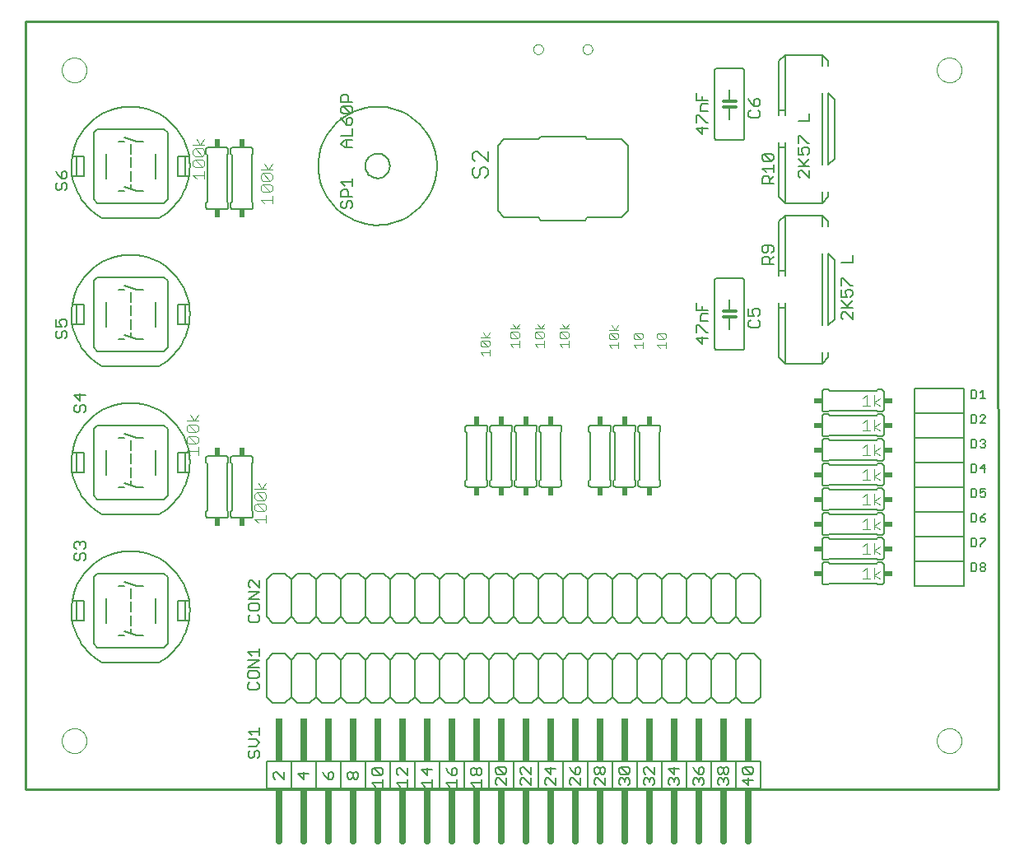
<source format=gbr>
G75*
G70*
%OFA0B0*%
%FSLAX24Y24*%
%IPPOS*%
%LPD*%
%AMOC8*
5,1,8,0,0,1.08239X$1,22.5*
%
%ADD10C,0.0100*%
%ADD11C,0.0000*%
%ADD12C,0.0050*%
%ADD13C,0.0060*%
%ADD14C,0.0120*%
%ADD15C,0.0070*%
%ADD16R,0.0340X0.0240*%
%ADD17C,0.0040*%
%ADD18R,0.0240X0.0340*%
%ADD19C,0.0030*%
%ADD20R,0.0260X0.0300*%
%ADD21C,0.0260*%
%ADD22R,0.0260X0.0260*%
%ADD23R,0.0260X0.0320*%
%ADD24R,0.0260X0.0680*%
%ADD25R,0.0260X0.0460*%
D10*
X000151Y002338D02*
X039545Y002338D01*
X039521Y033441D01*
X000151Y033441D01*
X000151Y002338D01*
D11*
X001620Y004307D02*
X001622Y004352D01*
X001628Y004398D01*
X001639Y004442D01*
X001653Y004485D01*
X001671Y004527D01*
X001693Y004567D01*
X001718Y004605D01*
X001747Y004640D01*
X001779Y004672D01*
X001813Y004702D01*
X001851Y004728D01*
X001890Y004751D01*
X001931Y004770D01*
X001974Y004785D01*
X002018Y004797D01*
X002063Y004804D01*
X002109Y004807D01*
X002154Y004806D01*
X002199Y004801D01*
X002244Y004791D01*
X002287Y004778D01*
X002330Y004761D01*
X002370Y004740D01*
X002408Y004715D01*
X002444Y004688D01*
X002478Y004657D01*
X002508Y004623D01*
X002535Y004586D01*
X002559Y004547D01*
X002579Y004506D01*
X002595Y004464D01*
X002607Y004420D01*
X002615Y004375D01*
X002619Y004330D01*
X002619Y004284D01*
X002615Y004239D01*
X002607Y004194D01*
X002595Y004150D01*
X002579Y004108D01*
X002559Y004067D01*
X002535Y004028D01*
X002508Y003991D01*
X002478Y003957D01*
X002444Y003926D01*
X002408Y003899D01*
X002370Y003874D01*
X002330Y003853D01*
X002287Y003836D01*
X002244Y003823D01*
X002199Y003813D01*
X002154Y003808D01*
X002109Y003807D01*
X002063Y003810D01*
X002018Y003817D01*
X001974Y003829D01*
X001931Y003844D01*
X001890Y003863D01*
X001851Y003886D01*
X001813Y003912D01*
X001779Y003942D01*
X001747Y003974D01*
X001718Y004009D01*
X001693Y004047D01*
X001671Y004087D01*
X001653Y004129D01*
X001639Y004172D01*
X001628Y004216D01*
X001622Y004262D01*
X001620Y004307D01*
X001620Y031472D02*
X001622Y031517D01*
X001628Y031563D01*
X001639Y031607D01*
X001653Y031650D01*
X001671Y031692D01*
X001693Y031732D01*
X001718Y031770D01*
X001747Y031805D01*
X001779Y031837D01*
X001813Y031867D01*
X001851Y031893D01*
X001890Y031916D01*
X001931Y031935D01*
X001974Y031950D01*
X002018Y031962D01*
X002063Y031969D01*
X002109Y031972D01*
X002154Y031971D01*
X002199Y031966D01*
X002244Y031956D01*
X002287Y031943D01*
X002330Y031926D01*
X002370Y031905D01*
X002408Y031880D01*
X002444Y031853D01*
X002478Y031822D01*
X002508Y031788D01*
X002535Y031751D01*
X002559Y031712D01*
X002579Y031671D01*
X002595Y031629D01*
X002607Y031585D01*
X002615Y031540D01*
X002619Y031495D01*
X002619Y031449D01*
X002615Y031404D01*
X002607Y031359D01*
X002595Y031315D01*
X002579Y031273D01*
X002559Y031232D01*
X002535Y031193D01*
X002508Y031156D01*
X002478Y031122D01*
X002444Y031091D01*
X002408Y031064D01*
X002370Y031039D01*
X002330Y031018D01*
X002287Y031001D01*
X002244Y030988D01*
X002199Y030978D01*
X002154Y030973D01*
X002109Y030972D01*
X002063Y030975D01*
X002018Y030982D01*
X001974Y030994D01*
X001931Y031009D01*
X001890Y031028D01*
X001851Y031051D01*
X001813Y031077D01*
X001779Y031107D01*
X001747Y031139D01*
X001718Y031174D01*
X001693Y031212D01*
X001671Y031252D01*
X001653Y031294D01*
X001639Y031337D01*
X001628Y031381D01*
X001622Y031427D01*
X001620Y031472D01*
X020706Y032313D02*
X020708Y032341D01*
X020714Y032369D01*
X020724Y032396D01*
X020738Y032421D01*
X020755Y032444D01*
X020775Y032464D01*
X020798Y032481D01*
X020823Y032495D01*
X020850Y032505D01*
X020878Y032511D01*
X020906Y032513D01*
X020934Y032511D01*
X020962Y032505D01*
X020989Y032495D01*
X021014Y032481D01*
X021037Y032464D01*
X021057Y032444D01*
X021074Y032421D01*
X021088Y032396D01*
X021098Y032369D01*
X021104Y032341D01*
X021106Y032313D01*
X021104Y032285D01*
X021098Y032257D01*
X021088Y032230D01*
X021074Y032205D01*
X021057Y032182D01*
X021037Y032162D01*
X021014Y032145D01*
X020989Y032131D01*
X020962Y032121D01*
X020934Y032115D01*
X020906Y032113D01*
X020878Y032115D01*
X020850Y032121D01*
X020823Y032131D01*
X020798Y032145D01*
X020775Y032162D01*
X020755Y032182D01*
X020738Y032205D01*
X020724Y032230D01*
X020714Y032257D01*
X020708Y032285D01*
X020706Y032313D01*
X022704Y032313D02*
X022706Y032341D01*
X022712Y032369D01*
X022722Y032396D01*
X022736Y032421D01*
X022753Y032444D01*
X022773Y032464D01*
X022796Y032481D01*
X022821Y032495D01*
X022848Y032505D01*
X022876Y032511D01*
X022904Y032513D01*
X022932Y032511D01*
X022960Y032505D01*
X022987Y032495D01*
X023012Y032481D01*
X023035Y032464D01*
X023055Y032444D01*
X023072Y032421D01*
X023086Y032396D01*
X023096Y032369D01*
X023102Y032341D01*
X023104Y032313D01*
X023102Y032285D01*
X023096Y032257D01*
X023086Y032230D01*
X023072Y032205D01*
X023055Y032182D01*
X023035Y032162D01*
X023012Y032145D01*
X022987Y032131D01*
X022960Y032121D01*
X022932Y032115D01*
X022904Y032113D01*
X022876Y032115D01*
X022848Y032121D01*
X022821Y032131D01*
X022796Y032145D01*
X022773Y032162D01*
X022753Y032182D01*
X022736Y032205D01*
X022722Y032230D01*
X022712Y032257D01*
X022706Y032285D01*
X022704Y032313D01*
X037053Y031472D02*
X037055Y031517D01*
X037061Y031563D01*
X037072Y031607D01*
X037086Y031650D01*
X037104Y031692D01*
X037126Y031732D01*
X037151Y031770D01*
X037180Y031805D01*
X037212Y031837D01*
X037246Y031867D01*
X037284Y031893D01*
X037323Y031916D01*
X037364Y031935D01*
X037407Y031950D01*
X037451Y031962D01*
X037496Y031969D01*
X037542Y031972D01*
X037587Y031971D01*
X037632Y031966D01*
X037677Y031956D01*
X037720Y031943D01*
X037763Y031926D01*
X037803Y031905D01*
X037841Y031880D01*
X037877Y031853D01*
X037911Y031822D01*
X037941Y031788D01*
X037968Y031751D01*
X037992Y031712D01*
X038012Y031671D01*
X038028Y031629D01*
X038040Y031585D01*
X038048Y031540D01*
X038052Y031495D01*
X038052Y031449D01*
X038048Y031404D01*
X038040Y031359D01*
X038028Y031315D01*
X038012Y031273D01*
X037992Y031232D01*
X037968Y031193D01*
X037941Y031156D01*
X037911Y031122D01*
X037877Y031091D01*
X037841Y031064D01*
X037803Y031039D01*
X037763Y031018D01*
X037720Y031001D01*
X037677Y030988D01*
X037632Y030978D01*
X037587Y030973D01*
X037542Y030972D01*
X037496Y030975D01*
X037451Y030982D01*
X037407Y030994D01*
X037364Y031009D01*
X037323Y031028D01*
X037284Y031051D01*
X037246Y031077D01*
X037212Y031107D01*
X037180Y031139D01*
X037151Y031174D01*
X037126Y031212D01*
X037104Y031252D01*
X037086Y031294D01*
X037072Y031337D01*
X037061Y031381D01*
X037055Y031427D01*
X037053Y031472D01*
X037053Y004307D02*
X037055Y004352D01*
X037061Y004398D01*
X037072Y004442D01*
X037086Y004485D01*
X037104Y004527D01*
X037126Y004567D01*
X037151Y004605D01*
X037180Y004640D01*
X037212Y004672D01*
X037246Y004702D01*
X037284Y004728D01*
X037323Y004751D01*
X037364Y004770D01*
X037407Y004785D01*
X037451Y004797D01*
X037496Y004804D01*
X037542Y004807D01*
X037587Y004806D01*
X037632Y004801D01*
X037677Y004791D01*
X037720Y004778D01*
X037763Y004761D01*
X037803Y004740D01*
X037841Y004715D01*
X037877Y004688D01*
X037911Y004657D01*
X037941Y004623D01*
X037968Y004586D01*
X037992Y004547D01*
X038012Y004506D01*
X038028Y004464D01*
X038040Y004420D01*
X038048Y004375D01*
X038052Y004330D01*
X038052Y004284D01*
X038048Y004239D01*
X038040Y004194D01*
X038028Y004150D01*
X038012Y004108D01*
X037992Y004067D01*
X037968Y004028D01*
X037941Y003991D01*
X037911Y003957D01*
X037877Y003926D01*
X037841Y003899D01*
X037803Y003874D01*
X037763Y003853D01*
X037720Y003836D01*
X037677Y003823D01*
X037632Y003813D01*
X037587Y003808D01*
X037542Y003807D01*
X037496Y003810D01*
X037451Y003817D01*
X037407Y003829D01*
X037364Y003844D01*
X037323Y003863D01*
X037284Y003886D01*
X037246Y003912D01*
X037212Y003942D01*
X037180Y003974D01*
X037151Y004009D01*
X037126Y004047D01*
X037104Y004087D01*
X037086Y004129D01*
X037072Y004172D01*
X037061Y004216D01*
X037055Y004262D01*
X037053Y004307D01*
D12*
X029901Y003488D02*
X029901Y002388D01*
X028901Y002388D01*
X027901Y002388D01*
X026901Y002388D01*
X025901Y002388D01*
X024901Y002388D01*
X023901Y002388D01*
X022901Y002388D01*
X021901Y002388D01*
X020901Y002388D01*
X019901Y002388D01*
X018901Y002388D01*
X017901Y002388D01*
X016901Y002388D01*
X015901Y002388D01*
X014901Y002388D01*
X013901Y002388D01*
X012901Y002388D01*
X011901Y002388D01*
X010901Y002388D01*
X009901Y002388D01*
X009901Y003488D01*
X010901Y003488D01*
X011901Y003488D01*
X011901Y002388D01*
X011401Y002753D02*
X011401Y003053D01*
X011176Y002978D02*
X011401Y002753D01*
X011626Y002978D02*
X011176Y002978D01*
X010626Y003053D02*
X010626Y002753D01*
X010326Y003053D01*
X010251Y003053D01*
X010176Y002978D01*
X010176Y002828D01*
X010251Y002753D01*
X010901Y002388D02*
X010901Y003488D01*
X011901Y003488D02*
X012901Y003488D01*
X012901Y002388D01*
X012551Y002753D02*
X012626Y002828D01*
X012626Y002978D01*
X012551Y003053D01*
X012476Y003053D01*
X012401Y002978D01*
X012401Y002753D01*
X012551Y002753D01*
X012401Y002753D02*
X012251Y002903D01*
X012176Y003053D01*
X012901Y003488D02*
X013901Y003488D01*
X013901Y002388D01*
X014176Y002593D02*
X014626Y002593D01*
X014626Y002443D02*
X014626Y002743D01*
X014551Y002903D02*
X014251Y003203D01*
X014551Y003203D01*
X014626Y003128D01*
X014626Y002978D01*
X014551Y002903D01*
X014251Y002903D01*
X014176Y002978D01*
X014176Y003128D01*
X014251Y003203D01*
X013901Y003488D02*
X014901Y003488D01*
X014901Y002388D01*
X015176Y002593D02*
X015626Y002593D01*
X015626Y002443D02*
X015626Y002743D01*
X015626Y002903D02*
X015326Y003203D01*
X015251Y003203D01*
X015176Y003128D01*
X015176Y002978D01*
X015251Y002903D01*
X015176Y002593D02*
X015326Y002443D01*
X015626Y002903D02*
X015626Y003203D01*
X015901Y003488D02*
X014901Y003488D01*
X015901Y003488D02*
X016901Y003488D01*
X016901Y002388D01*
X016626Y002443D02*
X016626Y002743D01*
X016626Y002593D02*
X016176Y002593D01*
X016326Y002443D01*
X015901Y002388D02*
X015901Y003488D01*
X016176Y003128D02*
X016401Y002903D01*
X016401Y003203D01*
X016626Y003128D02*
X016176Y003128D01*
X016901Y003488D02*
X017901Y003488D01*
X017901Y002388D01*
X017626Y002443D02*
X017626Y002743D01*
X017626Y002593D02*
X017176Y002593D01*
X017326Y002443D01*
X017401Y002903D02*
X017401Y003128D01*
X017476Y003203D01*
X017551Y003203D01*
X017626Y003128D01*
X017626Y002978D01*
X017551Y002903D01*
X017401Y002903D01*
X017251Y003053D01*
X017176Y003203D01*
X017901Y003488D02*
X018901Y003488D01*
X018901Y002388D01*
X018626Y002443D02*
X018626Y002743D01*
X018626Y002593D02*
X018176Y002593D01*
X018326Y002443D01*
X018326Y002903D02*
X018251Y002903D01*
X018176Y002978D01*
X018176Y003128D01*
X018251Y003203D01*
X018326Y003203D01*
X018401Y003128D01*
X018401Y002978D01*
X018326Y002903D01*
X018401Y002978D02*
X018476Y002903D01*
X018551Y002903D01*
X018626Y002978D01*
X018626Y003128D01*
X018551Y003203D01*
X018476Y003203D01*
X018401Y003128D01*
X018901Y003488D02*
X019901Y003488D01*
X019901Y002388D01*
X019626Y002493D02*
X019326Y002793D01*
X019251Y002793D01*
X019176Y002718D01*
X019176Y002568D01*
X019251Y002493D01*
X019626Y002493D02*
X019626Y002793D01*
X019551Y002953D02*
X019251Y003253D01*
X019551Y003253D01*
X019626Y003178D01*
X019626Y003028D01*
X019551Y002953D01*
X019251Y002953D01*
X019176Y003028D01*
X019176Y003178D01*
X019251Y003253D01*
X019901Y003488D02*
X020901Y003488D01*
X021901Y003488D01*
X021901Y002388D01*
X021626Y002493D02*
X021326Y002793D01*
X021251Y002793D01*
X021176Y002718D01*
X021176Y002568D01*
X021251Y002493D01*
X020901Y002388D02*
X020901Y003488D01*
X020626Y003253D02*
X020626Y002953D01*
X020326Y003253D01*
X020251Y003253D01*
X020176Y003178D01*
X020176Y003028D01*
X020251Y002953D01*
X020251Y002793D02*
X020176Y002718D01*
X020176Y002568D01*
X020251Y002493D01*
X020251Y002793D02*
X020326Y002793D01*
X020626Y002493D01*
X020626Y002793D01*
X021176Y003178D02*
X021401Y002953D01*
X021401Y003253D01*
X021626Y003178D02*
X021176Y003178D01*
X021626Y002793D02*
X021626Y002493D01*
X022176Y002568D02*
X022251Y002493D01*
X022176Y002568D02*
X022176Y002718D01*
X022251Y002793D01*
X022326Y002793D01*
X022626Y002493D01*
X022626Y002793D01*
X022551Y002953D02*
X022626Y003028D01*
X022626Y003178D01*
X022551Y003253D01*
X022476Y003253D01*
X022401Y003178D01*
X022401Y002953D01*
X022551Y002953D01*
X022401Y002953D02*
X022251Y003103D01*
X022176Y003253D01*
X021901Y003488D02*
X022901Y003488D01*
X022901Y002388D01*
X023176Y002568D02*
X023251Y002493D01*
X023176Y002568D02*
X023176Y002718D01*
X023251Y002793D01*
X023326Y002793D01*
X023626Y002493D01*
X023626Y002793D01*
X023551Y002953D02*
X023476Y002953D01*
X023401Y003028D01*
X023401Y003178D01*
X023476Y003253D01*
X023551Y003253D01*
X023626Y003178D01*
X023626Y003028D01*
X023551Y002953D01*
X023401Y003028D02*
X023326Y002953D01*
X023251Y002953D01*
X023176Y003028D01*
X023176Y003178D01*
X023251Y003253D01*
X023326Y003253D01*
X023401Y003178D01*
X023901Y003488D02*
X022901Y003488D01*
X023901Y003488D02*
X023901Y002388D01*
X024176Y002568D02*
X024176Y002718D01*
X024251Y002793D01*
X024326Y002793D01*
X024401Y002718D01*
X024476Y002793D01*
X024551Y002793D01*
X024626Y002718D01*
X024626Y002568D01*
X024551Y002493D01*
X024401Y002643D02*
X024401Y002718D01*
X024251Y002493D02*
X024176Y002568D01*
X024251Y002953D02*
X024176Y003028D01*
X024176Y003178D01*
X024251Y003253D01*
X024551Y002953D01*
X024626Y003028D01*
X024626Y003178D01*
X024551Y003253D01*
X024251Y003253D01*
X024251Y002953D02*
X024551Y002953D01*
X025176Y003028D02*
X025176Y003178D01*
X025251Y003253D01*
X025326Y003253D01*
X025626Y002953D01*
X025626Y003253D01*
X025901Y003488D02*
X024901Y003488D01*
X024901Y002388D01*
X025176Y002568D02*
X025176Y002718D01*
X025251Y002793D01*
X025326Y002793D01*
X025401Y002718D01*
X025476Y002793D01*
X025551Y002793D01*
X025626Y002718D01*
X025626Y002568D01*
X025551Y002493D01*
X025401Y002643D02*
X025401Y002718D01*
X025251Y002493D02*
X025176Y002568D01*
X025251Y002953D02*
X025176Y003028D01*
X024901Y003488D02*
X023901Y003488D01*
X025901Y003488D02*
X025901Y002388D01*
X026176Y002568D02*
X026176Y002718D01*
X026251Y002793D01*
X026326Y002793D01*
X026401Y002718D01*
X026476Y002793D01*
X026551Y002793D01*
X026626Y002718D01*
X026626Y002568D01*
X026551Y002493D01*
X026401Y002643D02*
X026401Y002718D01*
X026401Y002953D02*
X026401Y003253D01*
X026176Y003178D02*
X026401Y002953D01*
X026626Y003178D02*
X026176Y003178D01*
X025901Y003488D02*
X026901Y003488D01*
X026901Y002388D01*
X027176Y002568D02*
X027176Y002718D01*
X027251Y002793D01*
X027326Y002793D01*
X027401Y002718D01*
X027476Y002793D01*
X027551Y002793D01*
X027626Y002718D01*
X027626Y002568D01*
X027551Y002493D01*
X027401Y002643D02*
X027401Y002718D01*
X027401Y002953D02*
X027401Y003178D01*
X027476Y003253D01*
X027551Y003253D01*
X027626Y003178D01*
X027626Y003028D01*
X027551Y002953D01*
X027401Y002953D01*
X027251Y003103D01*
X027176Y003253D01*
X026901Y003488D02*
X027901Y003488D01*
X027901Y002388D01*
X028176Y002568D02*
X028176Y002718D01*
X028251Y002793D01*
X028326Y002793D01*
X028401Y002718D01*
X028476Y002793D01*
X028551Y002793D01*
X028626Y002718D01*
X028626Y002568D01*
X028551Y002493D01*
X028401Y002643D02*
X028401Y002718D01*
X028326Y002953D02*
X028251Y002953D01*
X028176Y003028D01*
X028176Y003178D01*
X028251Y003253D01*
X028326Y003253D01*
X028401Y003178D01*
X028401Y003028D01*
X028326Y002953D01*
X028401Y003028D02*
X028476Y002953D01*
X028551Y002953D01*
X028626Y003028D01*
X028626Y003178D01*
X028551Y003253D01*
X028476Y003253D01*
X028401Y003178D01*
X028901Y003488D02*
X027901Y003488D01*
X028176Y002568D02*
X028251Y002493D01*
X028901Y002388D02*
X028901Y003488D01*
X029901Y003488D01*
X029626Y003178D02*
X029626Y003028D01*
X029551Y002953D01*
X029251Y003253D01*
X029551Y003253D01*
X029626Y003178D01*
X029551Y002953D02*
X029251Y002953D01*
X029176Y003028D01*
X029176Y003178D01*
X029251Y003253D01*
X029401Y002793D02*
X029401Y002493D01*
X029176Y002718D01*
X029626Y002718D01*
X027251Y002493D02*
X027176Y002568D01*
X026251Y002493D02*
X026176Y002568D01*
X026151Y005838D02*
X025901Y006088D01*
X025901Y007588D01*
X026151Y007838D01*
X026651Y007838D01*
X026901Y007588D01*
X026901Y006088D01*
X026651Y005838D01*
X026151Y005838D01*
X025901Y006088D02*
X025651Y005838D01*
X025151Y005838D01*
X024901Y006088D01*
X024901Y007588D01*
X025151Y007838D01*
X025651Y007838D01*
X025901Y007588D01*
X024901Y007588D02*
X024651Y007838D01*
X024151Y007838D01*
X023901Y007588D01*
X023901Y006088D01*
X023651Y005838D01*
X023151Y005838D01*
X022901Y006088D01*
X022901Y007588D01*
X023151Y007838D01*
X023651Y007838D01*
X023901Y007588D01*
X022901Y007588D02*
X022651Y007838D01*
X022151Y007838D01*
X021901Y007588D01*
X021901Y006088D01*
X021651Y005838D01*
X021151Y005838D01*
X020901Y006088D01*
X020901Y007588D01*
X021151Y007838D01*
X021651Y007838D01*
X021901Y007588D01*
X020901Y007588D02*
X020651Y007838D01*
X020151Y007838D01*
X019901Y007588D01*
X019901Y006088D01*
X019651Y005838D01*
X019151Y005838D01*
X018901Y006088D01*
X018901Y007588D01*
X019151Y007838D01*
X019651Y007838D01*
X019901Y007588D01*
X018901Y007588D02*
X018651Y007838D01*
X018151Y007838D01*
X017901Y007588D01*
X017901Y006088D01*
X017651Y005838D01*
X017151Y005838D01*
X016901Y006088D01*
X016901Y007588D01*
X017151Y007838D01*
X017651Y007838D01*
X017901Y007588D01*
X016901Y007588D02*
X016651Y007838D01*
X016151Y007838D01*
X015901Y007588D01*
X015901Y006088D01*
X016151Y005838D01*
X016651Y005838D01*
X016901Y006088D01*
X017901Y006088D02*
X018151Y005838D01*
X018651Y005838D01*
X018901Y006088D01*
X019901Y006088D02*
X020151Y005838D01*
X020651Y005838D01*
X020901Y006088D01*
X021901Y006088D02*
X022151Y005838D01*
X022651Y005838D01*
X022901Y006088D01*
X023901Y006088D02*
X024151Y005838D01*
X024651Y005838D01*
X024901Y006088D01*
X026901Y006088D02*
X027151Y005838D01*
X027651Y005838D01*
X027901Y006088D01*
X027901Y007588D01*
X028151Y007838D01*
X028651Y007838D01*
X028901Y007588D01*
X029151Y007838D01*
X029651Y007838D01*
X029901Y007588D01*
X029901Y006088D01*
X029651Y005838D01*
X029151Y005838D01*
X028901Y006088D01*
X028901Y007588D01*
X027901Y007588D02*
X027651Y007838D01*
X027151Y007838D01*
X026901Y007588D01*
X026651Y009088D02*
X026151Y009088D01*
X025901Y009338D01*
X025901Y010838D01*
X026151Y011088D01*
X026651Y011088D01*
X026901Y010838D01*
X026901Y009338D01*
X026651Y009088D01*
X026901Y009338D02*
X027151Y009088D01*
X027651Y009088D01*
X027901Y009338D01*
X027901Y010838D01*
X028151Y011088D01*
X028651Y011088D01*
X028901Y010838D01*
X029151Y011088D01*
X029651Y011088D01*
X029901Y010838D01*
X029901Y009338D01*
X029651Y009088D01*
X029151Y009088D01*
X028901Y009338D01*
X028901Y010838D01*
X027901Y010838D02*
X027651Y011088D01*
X027151Y011088D01*
X026901Y010838D01*
X025901Y010838D02*
X025651Y011088D01*
X025151Y011088D01*
X024901Y010838D01*
X024901Y009338D01*
X024651Y009088D01*
X024151Y009088D01*
X023901Y009338D01*
X023901Y010838D01*
X024151Y011088D01*
X024651Y011088D01*
X024901Y010838D01*
X023901Y010838D02*
X023651Y011088D01*
X023151Y011088D01*
X022901Y010838D01*
X022901Y009338D01*
X022651Y009088D01*
X022151Y009088D01*
X021901Y009338D01*
X021901Y010838D01*
X022151Y011088D01*
X022651Y011088D01*
X022901Y010838D01*
X021901Y010838D02*
X021651Y011088D01*
X021151Y011088D01*
X020901Y010838D01*
X020901Y009338D01*
X020651Y009088D01*
X020151Y009088D01*
X019901Y009338D01*
X019901Y010838D01*
X020151Y011088D01*
X020651Y011088D01*
X020901Y010838D01*
X019901Y010838D02*
X019651Y011088D01*
X019151Y011088D01*
X018901Y010838D01*
X018901Y009338D01*
X018651Y009088D01*
X018151Y009088D01*
X017901Y009338D01*
X017901Y010838D01*
X018151Y011088D01*
X018651Y011088D01*
X018901Y010838D01*
X017901Y010838D02*
X017651Y011088D01*
X017151Y011088D01*
X016901Y010838D01*
X016901Y009338D01*
X016651Y009088D01*
X016151Y009088D01*
X015901Y009338D01*
X015901Y010838D01*
X016151Y011088D01*
X016651Y011088D01*
X016901Y010838D01*
X015901Y010838D02*
X015651Y011088D01*
X015151Y011088D01*
X014901Y010838D01*
X014901Y009338D01*
X015151Y009088D01*
X015651Y009088D01*
X015901Y009338D01*
X014901Y009338D02*
X014651Y009088D01*
X014151Y009088D01*
X013901Y009338D01*
X013901Y010838D01*
X014151Y011088D01*
X014651Y011088D01*
X014901Y010838D01*
X013901Y010838D02*
X013651Y011088D01*
X013151Y011088D01*
X012901Y010838D01*
X012901Y009338D01*
X013151Y009088D01*
X013651Y009088D01*
X013901Y009338D01*
X012901Y009338D02*
X012651Y009088D01*
X012151Y009088D01*
X011901Y009338D01*
X011901Y010838D01*
X012151Y011088D01*
X012651Y011088D01*
X012901Y010838D01*
X011901Y010838D02*
X011651Y011088D01*
X011151Y011088D01*
X010901Y010838D01*
X010901Y009338D01*
X011151Y009088D01*
X011651Y009088D01*
X011901Y009338D01*
X010901Y009338D02*
X010651Y009088D01*
X010151Y009088D01*
X009901Y009338D01*
X009901Y010838D01*
X010151Y011088D01*
X010651Y011088D01*
X010901Y010838D01*
X009626Y010795D02*
X009626Y010494D01*
X009326Y010795D01*
X009251Y010795D01*
X009176Y010719D01*
X009176Y010569D01*
X009251Y010494D01*
X009176Y010334D02*
X009626Y010334D01*
X009176Y010034D01*
X009626Y010034D01*
X009551Y009874D02*
X009626Y009799D01*
X009626Y009649D01*
X009551Y009574D01*
X009251Y009574D01*
X009176Y009649D01*
X009176Y009799D01*
X009251Y009874D01*
X009551Y009874D01*
X009551Y009414D02*
X009626Y009338D01*
X009626Y009188D01*
X009551Y009113D01*
X009251Y009113D01*
X009176Y009188D01*
X009176Y009338D01*
X009251Y009414D01*
X009601Y008045D02*
X009601Y007744D01*
X009601Y007894D02*
X009151Y007894D01*
X009301Y007744D01*
X009151Y007584D02*
X009601Y007584D01*
X009151Y007284D01*
X009601Y007284D01*
X009526Y007124D02*
X009226Y007124D01*
X009151Y007049D01*
X009151Y006899D01*
X009226Y006824D01*
X009526Y006824D01*
X009601Y006899D01*
X009601Y007049D01*
X009526Y007124D01*
X009901Y007588D02*
X010151Y007838D01*
X010651Y007838D01*
X010901Y007588D01*
X010901Y006088D01*
X011151Y005838D01*
X011651Y005838D01*
X011901Y006088D01*
X011901Y007588D01*
X012151Y007838D01*
X012651Y007838D01*
X012901Y007588D01*
X012901Y006088D01*
X013151Y005838D01*
X013651Y005838D01*
X013901Y006088D01*
X013901Y007588D01*
X014151Y007838D01*
X014651Y007838D01*
X014901Y007588D01*
X014901Y006088D01*
X015151Y005838D01*
X015651Y005838D01*
X015901Y006088D01*
X014901Y006088D02*
X014651Y005838D01*
X014151Y005838D01*
X013901Y006088D01*
X012901Y006088D02*
X012651Y005838D01*
X012151Y005838D01*
X011901Y006088D01*
X010901Y006088D02*
X010651Y005838D01*
X010151Y005838D01*
X009901Y006088D01*
X009901Y007588D01*
X009526Y006664D02*
X009601Y006588D01*
X009601Y006438D01*
X009526Y006363D01*
X009226Y006363D01*
X009151Y006438D01*
X009151Y006588D01*
X009226Y006664D01*
X010901Y007588D02*
X011151Y007838D01*
X011651Y007838D01*
X011901Y007588D01*
X012901Y007588D02*
X013151Y007838D01*
X013651Y007838D01*
X013901Y007588D01*
X014901Y007588D02*
X015151Y007838D01*
X015651Y007838D01*
X015901Y007588D01*
X017151Y009088D02*
X016901Y009338D01*
X017151Y009088D02*
X017651Y009088D01*
X017901Y009338D01*
X018901Y009338D02*
X019151Y009088D01*
X019651Y009088D01*
X019901Y009338D01*
X020901Y009338D02*
X021151Y009088D01*
X021651Y009088D01*
X021901Y009338D01*
X022901Y009338D02*
X023151Y009088D01*
X023651Y009088D01*
X023901Y009338D01*
X024901Y009338D02*
X025151Y009088D01*
X025651Y009088D01*
X025901Y009338D01*
X027901Y009338D02*
X028151Y009088D01*
X028651Y009088D01*
X028901Y009338D01*
X032401Y010738D02*
X032401Y011438D01*
X032403Y011458D01*
X032409Y011476D01*
X032418Y011494D01*
X032430Y011509D01*
X032445Y011521D01*
X032463Y011530D01*
X032481Y011536D01*
X032501Y011538D01*
X032651Y011538D01*
X032701Y011488D01*
X034601Y011488D01*
X034651Y011538D01*
X034801Y011538D01*
X034821Y011536D01*
X034839Y011530D01*
X034857Y011521D01*
X034872Y011509D01*
X034884Y011494D01*
X034893Y011476D01*
X034899Y011458D01*
X034901Y011438D01*
X034901Y010738D01*
X034899Y010718D01*
X034893Y010700D01*
X034884Y010682D01*
X034872Y010667D01*
X034857Y010655D01*
X034839Y010646D01*
X034821Y010640D01*
X034801Y010638D01*
X034651Y010638D01*
X034601Y010688D01*
X032701Y010688D01*
X032651Y010638D01*
X032501Y010638D01*
X032481Y010640D01*
X032463Y010646D01*
X032445Y010655D01*
X032430Y010667D01*
X032418Y010682D01*
X032409Y010700D01*
X032403Y010718D01*
X032401Y010738D01*
X032501Y011638D02*
X032651Y011638D01*
X032701Y011688D01*
X034601Y011688D01*
X034651Y011638D01*
X034801Y011638D01*
X034821Y011640D01*
X034839Y011646D01*
X034857Y011655D01*
X034872Y011667D01*
X034884Y011682D01*
X034893Y011700D01*
X034899Y011718D01*
X034901Y011738D01*
X034901Y012438D01*
X034899Y012458D01*
X034893Y012476D01*
X034884Y012494D01*
X034872Y012509D01*
X034857Y012521D01*
X034839Y012530D01*
X034821Y012536D01*
X034801Y012538D01*
X034651Y012538D01*
X034601Y012488D01*
X032701Y012488D01*
X032651Y012538D01*
X032501Y012538D01*
X032481Y012536D01*
X032463Y012530D01*
X032445Y012521D01*
X032430Y012509D01*
X032418Y012494D01*
X032409Y012476D01*
X032403Y012458D01*
X032401Y012438D01*
X032401Y011738D01*
X032403Y011718D01*
X032409Y011700D01*
X032418Y011682D01*
X032430Y011667D01*
X032445Y011655D01*
X032463Y011646D01*
X032481Y011640D01*
X032501Y011638D01*
X032501Y012638D02*
X032651Y012638D01*
X032701Y012688D01*
X034601Y012688D01*
X034651Y012638D01*
X034801Y012638D01*
X034821Y012640D01*
X034839Y012646D01*
X034857Y012655D01*
X034872Y012667D01*
X034884Y012682D01*
X034893Y012700D01*
X034899Y012718D01*
X034901Y012738D01*
X034901Y013438D01*
X034899Y013458D01*
X034893Y013476D01*
X034884Y013494D01*
X034872Y013509D01*
X034857Y013521D01*
X034839Y013530D01*
X034821Y013536D01*
X034801Y013538D01*
X034651Y013538D01*
X034601Y013488D01*
X032701Y013488D01*
X032651Y013538D01*
X032501Y013538D01*
X032481Y013536D01*
X032463Y013530D01*
X032445Y013521D01*
X032430Y013509D01*
X032418Y013494D01*
X032409Y013476D01*
X032403Y013458D01*
X032401Y013438D01*
X032401Y012738D01*
X032403Y012718D01*
X032409Y012700D01*
X032418Y012682D01*
X032430Y012667D01*
X032445Y012655D01*
X032463Y012646D01*
X032481Y012640D01*
X032501Y012638D01*
X032501Y013638D02*
X032651Y013638D01*
X032701Y013688D01*
X034601Y013688D01*
X034651Y013638D01*
X034801Y013638D01*
X034821Y013640D01*
X034839Y013646D01*
X034857Y013655D01*
X034872Y013667D01*
X034884Y013682D01*
X034893Y013700D01*
X034899Y013718D01*
X034901Y013738D01*
X034901Y014438D01*
X034899Y014458D01*
X034893Y014476D01*
X034884Y014494D01*
X034872Y014509D01*
X034857Y014521D01*
X034839Y014530D01*
X034821Y014536D01*
X034801Y014538D01*
X034651Y014538D01*
X034601Y014488D01*
X032701Y014488D01*
X032651Y014538D01*
X032501Y014538D01*
X032481Y014536D01*
X032463Y014530D01*
X032445Y014521D01*
X032430Y014509D01*
X032418Y014494D01*
X032409Y014476D01*
X032403Y014458D01*
X032401Y014438D01*
X032401Y013738D01*
X032403Y013718D01*
X032409Y013700D01*
X032418Y013682D01*
X032430Y013667D01*
X032445Y013655D01*
X032463Y013646D01*
X032481Y013640D01*
X032501Y013638D01*
X032501Y014638D02*
X032651Y014638D01*
X032701Y014688D01*
X034601Y014688D01*
X034651Y014638D01*
X034801Y014638D01*
X034821Y014640D01*
X034839Y014646D01*
X034857Y014655D01*
X034872Y014667D01*
X034884Y014682D01*
X034893Y014700D01*
X034899Y014718D01*
X034901Y014738D01*
X034901Y015438D01*
X034899Y015458D01*
X034893Y015476D01*
X034884Y015494D01*
X034872Y015509D01*
X034857Y015521D01*
X034839Y015530D01*
X034821Y015536D01*
X034801Y015538D01*
X034651Y015538D01*
X034601Y015488D01*
X032701Y015488D01*
X032651Y015538D01*
X032501Y015538D01*
X032481Y015536D01*
X032463Y015530D01*
X032445Y015521D01*
X032430Y015509D01*
X032418Y015494D01*
X032409Y015476D01*
X032403Y015458D01*
X032401Y015438D01*
X032401Y014738D01*
X032403Y014718D01*
X032409Y014700D01*
X032418Y014682D01*
X032430Y014667D01*
X032445Y014655D01*
X032463Y014646D01*
X032481Y014640D01*
X032501Y014638D01*
X032501Y015638D02*
X032651Y015638D01*
X032701Y015688D01*
X034601Y015688D01*
X034651Y015638D01*
X034801Y015638D01*
X034821Y015640D01*
X034839Y015646D01*
X034857Y015655D01*
X034872Y015667D01*
X034884Y015682D01*
X034893Y015700D01*
X034899Y015718D01*
X034901Y015738D01*
X034901Y016438D01*
X034899Y016458D01*
X034893Y016476D01*
X034884Y016494D01*
X034872Y016509D01*
X034857Y016521D01*
X034839Y016530D01*
X034821Y016536D01*
X034801Y016538D01*
X034651Y016538D01*
X034601Y016488D01*
X032701Y016488D01*
X032651Y016538D01*
X032501Y016538D01*
X032481Y016536D01*
X032463Y016530D01*
X032445Y016521D01*
X032430Y016509D01*
X032418Y016494D01*
X032409Y016476D01*
X032403Y016458D01*
X032401Y016438D01*
X032401Y015738D01*
X032403Y015718D01*
X032409Y015700D01*
X032418Y015682D01*
X032430Y015667D01*
X032445Y015655D01*
X032463Y015646D01*
X032481Y015640D01*
X032501Y015638D01*
X032501Y016638D02*
X032651Y016638D01*
X032701Y016688D01*
X034601Y016688D01*
X034651Y016638D01*
X034801Y016638D01*
X034821Y016640D01*
X034839Y016646D01*
X034857Y016655D01*
X034872Y016667D01*
X034884Y016682D01*
X034893Y016700D01*
X034899Y016718D01*
X034901Y016738D01*
X034901Y017438D01*
X034899Y017458D01*
X034893Y017476D01*
X034884Y017494D01*
X034872Y017509D01*
X034857Y017521D01*
X034839Y017530D01*
X034821Y017536D01*
X034801Y017538D01*
X034651Y017538D01*
X034601Y017488D01*
X032701Y017488D01*
X032651Y017538D01*
X032501Y017538D01*
X032481Y017536D01*
X032463Y017530D01*
X032445Y017521D01*
X032430Y017509D01*
X032418Y017494D01*
X032409Y017476D01*
X032403Y017458D01*
X032401Y017438D01*
X032401Y016738D01*
X032403Y016718D01*
X032409Y016700D01*
X032418Y016682D01*
X032430Y016667D01*
X032445Y016655D01*
X032463Y016646D01*
X032481Y016640D01*
X032501Y016638D01*
X032501Y017638D02*
X032651Y017638D01*
X032701Y017688D01*
X034601Y017688D01*
X034651Y017638D01*
X034801Y017638D01*
X034821Y017640D01*
X034839Y017646D01*
X034857Y017655D01*
X034872Y017667D01*
X034884Y017682D01*
X034893Y017700D01*
X034899Y017718D01*
X034901Y017738D01*
X034901Y018438D01*
X034899Y018458D01*
X034893Y018476D01*
X034884Y018494D01*
X034872Y018509D01*
X034857Y018521D01*
X034839Y018530D01*
X034821Y018536D01*
X034801Y018538D01*
X034651Y018538D01*
X034601Y018488D01*
X032701Y018488D01*
X032651Y018538D01*
X032501Y018538D01*
X032481Y018536D01*
X032463Y018530D01*
X032445Y018521D01*
X032430Y018509D01*
X032418Y018494D01*
X032409Y018476D01*
X032403Y018458D01*
X032401Y018438D01*
X032401Y017738D01*
X032403Y017718D01*
X032409Y017700D01*
X032418Y017682D01*
X032430Y017667D01*
X032445Y017655D01*
X032463Y017646D01*
X032481Y017640D01*
X032501Y017638D01*
X032401Y019588D02*
X030901Y019588D01*
X030901Y021838D01*
X030651Y021838D01*
X030651Y022038D01*
X030651Y021838D02*
X030651Y019838D01*
X030901Y019588D01*
X032401Y019588D02*
X032401Y020038D01*
X032651Y020038D02*
X032651Y019838D01*
X032401Y019588D01*
X032401Y021138D02*
X032401Y024038D01*
X032651Y024038D02*
X032651Y021138D01*
X032901Y021388D01*
X032901Y023788D01*
X032651Y024038D01*
X033186Y023665D02*
X033636Y023665D01*
X033636Y023965D01*
X033261Y023045D02*
X033561Y022744D01*
X033636Y022744D01*
X033561Y022584D02*
X033636Y022509D01*
X033636Y022359D01*
X033561Y022284D01*
X033411Y022284D02*
X033336Y022434D01*
X033336Y022509D01*
X033411Y022584D01*
X033561Y022584D01*
X033411Y022284D02*
X033186Y022284D01*
X033186Y022584D01*
X033186Y022744D02*
X033186Y023045D01*
X033261Y023045D01*
X033186Y022124D02*
X033486Y021824D01*
X033411Y021899D02*
X033636Y022124D01*
X033636Y021824D02*
X033186Y021824D01*
X033261Y021664D02*
X033186Y021588D01*
X033186Y021438D01*
X033261Y021363D01*
X033261Y021664D02*
X033336Y021664D01*
X033636Y021363D01*
X033636Y021664D01*
X030901Y021838D02*
X030901Y022038D01*
X029876Y021728D02*
X029876Y021578D01*
X029801Y021503D01*
X029651Y021503D02*
X029576Y021653D01*
X029576Y021728D01*
X029651Y021803D01*
X029801Y021803D01*
X029876Y021728D01*
X029651Y021503D02*
X029426Y021503D01*
X029426Y021803D01*
X029501Y021343D02*
X029426Y021268D01*
X029426Y021118D01*
X029501Y021043D01*
X029801Y021043D01*
X029876Y021118D01*
X029876Y021268D01*
X029801Y021343D01*
X028651Y021458D02*
X028651Y020988D01*
X028651Y021708D02*
X028651Y022188D01*
X027776Y021753D02*
X027326Y021753D01*
X027326Y022053D01*
X027551Y021903D02*
X027551Y021753D01*
X027551Y021593D02*
X027776Y021593D01*
X027551Y021593D02*
X027476Y021518D01*
X027476Y021292D01*
X027776Y021292D01*
X027401Y021132D02*
X027701Y020832D01*
X027776Y020832D01*
X027776Y020597D02*
X027326Y020597D01*
X027551Y020372D01*
X027551Y020672D01*
X027326Y020832D02*
X027326Y021132D01*
X027401Y021132D01*
X028051Y020238D02*
X028051Y022938D01*
X028053Y022958D01*
X028059Y022976D01*
X028068Y022994D01*
X028080Y023009D01*
X028095Y023021D01*
X028113Y023030D01*
X028131Y023036D01*
X028151Y023038D01*
X029151Y023038D01*
X029171Y023036D01*
X029189Y023030D01*
X029207Y023021D01*
X029222Y023009D01*
X029234Y022994D01*
X029243Y022976D01*
X029249Y022958D01*
X029251Y022938D01*
X029251Y020238D01*
X029249Y020218D01*
X029243Y020200D01*
X029234Y020182D01*
X029222Y020167D01*
X029207Y020155D01*
X029189Y020146D01*
X029171Y020140D01*
X029151Y020138D01*
X028151Y020138D01*
X028131Y020140D01*
X028113Y020146D01*
X028095Y020155D01*
X028080Y020167D01*
X028068Y020182D01*
X028059Y020200D01*
X028053Y020218D01*
X028051Y020238D01*
X030651Y023138D02*
X030651Y023338D01*
X030901Y023338D01*
X030901Y023138D01*
X030901Y023338D02*
X030901Y025588D01*
X032401Y025588D01*
X032401Y025138D01*
X032651Y025138D02*
X032651Y025338D01*
X032401Y025588D01*
X032401Y026088D02*
X032401Y026538D01*
X032651Y026538D02*
X032651Y026338D01*
X032401Y026088D01*
X030901Y026088D01*
X030901Y028338D01*
X030651Y028338D01*
X030651Y028538D01*
X030651Y028338D02*
X030651Y026338D01*
X030901Y026088D01*
X030901Y025588D02*
X030651Y025338D01*
X030651Y023338D01*
X030436Y023613D02*
X029986Y023613D01*
X029986Y023838D01*
X030061Y023914D01*
X030211Y023914D01*
X030286Y023838D01*
X030286Y023613D01*
X030286Y023763D02*
X030436Y023914D01*
X030361Y024074D02*
X030436Y024149D01*
X030436Y024299D01*
X030361Y024374D01*
X030061Y024374D01*
X029986Y024299D01*
X029986Y024149D01*
X030061Y024074D01*
X030136Y024074D01*
X030211Y024149D01*
X030211Y024374D01*
X030286Y026863D02*
X030286Y027088D01*
X030211Y027164D01*
X030061Y027164D01*
X029986Y027088D01*
X029986Y026863D01*
X030436Y026863D01*
X030286Y027013D02*
X030436Y027164D01*
X030436Y027324D02*
X030436Y027624D01*
X030436Y027474D02*
X029986Y027474D01*
X030136Y027324D01*
X030061Y027784D02*
X029986Y027859D01*
X029986Y028009D01*
X030061Y028084D01*
X030361Y027784D01*
X030436Y027859D01*
X030436Y028009D01*
X030361Y028084D01*
X030061Y028084D01*
X030061Y027784D02*
X030361Y027784D01*
X030901Y028338D02*
X030901Y028538D01*
X031436Y028494D02*
X031436Y028795D01*
X031511Y028795D01*
X031811Y028494D01*
X031886Y028494D01*
X031811Y028334D02*
X031886Y028259D01*
X031886Y028109D01*
X031811Y028034D01*
X031661Y028034D02*
X031586Y028184D01*
X031586Y028259D01*
X031661Y028334D01*
X031811Y028334D01*
X031661Y028034D02*
X031436Y028034D01*
X031436Y028334D01*
X031436Y027874D02*
X031736Y027574D01*
X031661Y027649D02*
X031886Y027874D01*
X031886Y027574D02*
X031436Y027574D01*
X031511Y027414D02*
X031436Y027338D01*
X031436Y027188D01*
X031511Y027113D01*
X031511Y027414D02*
X031586Y027414D01*
X031886Y027113D01*
X031886Y027414D01*
X032401Y027638D02*
X032401Y030538D01*
X032651Y030538D02*
X032651Y027638D01*
X032901Y027888D01*
X032901Y030288D01*
X032651Y030538D01*
X031886Y029715D02*
X031886Y029415D01*
X031436Y029415D01*
X030901Y029638D02*
X030901Y029838D01*
X030651Y029838D01*
X030651Y031838D01*
X030901Y032088D01*
X030901Y029838D01*
X030651Y029838D02*
X030651Y029638D01*
X029876Y029618D02*
X029876Y029768D01*
X029801Y029843D01*
X029801Y030003D02*
X029876Y030078D01*
X029876Y030228D01*
X029801Y030303D01*
X029726Y030303D01*
X029651Y030228D01*
X029651Y030003D01*
X029801Y030003D01*
X029651Y030003D02*
X029501Y030153D01*
X029426Y030303D01*
X029501Y029843D02*
X029426Y029768D01*
X029426Y029618D01*
X029501Y029543D01*
X029801Y029543D01*
X029876Y029618D01*
X029251Y028738D02*
X029251Y031438D01*
X029249Y031458D01*
X029243Y031476D01*
X029234Y031494D01*
X029222Y031509D01*
X029207Y031521D01*
X029189Y031530D01*
X029171Y031536D01*
X029151Y031538D01*
X028151Y031538D01*
X028131Y031536D01*
X028113Y031530D01*
X028095Y031521D01*
X028080Y031509D01*
X028068Y031494D01*
X028059Y031476D01*
X028053Y031458D01*
X028051Y031438D01*
X028051Y028738D01*
X028053Y028718D01*
X028059Y028700D01*
X028068Y028682D01*
X028080Y028667D01*
X028095Y028655D01*
X028113Y028646D01*
X028131Y028640D01*
X028151Y028638D01*
X029151Y028638D01*
X029171Y028640D01*
X029189Y028646D01*
X029207Y028655D01*
X029222Y028667D01*
X029234Y028682D01*
X029243Y028700D01*
X029249Y028718D01*
X029251Y028738D01*
X028651Y029488D02*
X028651Y029958D01*
X028651Y030208D02*
X028651Y030688D01*
X027776Y030253D02*
X027326Y030253D01*
X027326Y030553D01*
X027551Y030403D02*
X027551Y030253D01*
X027551Y030093D02*
X027776Y030093D01*
X027551Y030093D02*
X027476Y030018D01*
X027476Y029792D01*
X027776Y029792D01*
X027401Y029632D02*
X027701Y029332D01*
X027776Y029332D01*
X027776Y029097D02*
X027326Y029097D01*
X027551Y028872D01*
X027551Y029172D01*
X027326Y029332D02*
X027326Y029632D01*
X027401Y029632D01*
X024531Y028418D02*
X024531Y025758D01*
X024281Y025508D01*
X022881Y025508D01*
X022801Y025388D01*
X021001Y025388D01*
X020921Y025518D01*
X019521Y025518D01*
X019271Y025768D01*
X019271Y028408D01*
X019521Y028658D01*
X020911Y028658D01*
X021001Y028788D01*
X022801Y028788D01*
X022881Y028668D01*
X024281Y028668D01*
X024531Y028418D01*
X030901Y032088D02*
X032401Y032088D01*
X032401Y031638D01*
X032651Y031638D02*
X032651Y031838D01*
X032401Y032088D01*
X036151Y018588D02*
X036151Y017588D01*
X036151Y016588D01*
X036151Y015588D01*
X036151Y014588D01*
X036151Y013588D01*
X036151Y012588D01*
X036151Y011588D01*
X036151Y010588D01*
X038151Y010588D01*
X038151Y011588D01*
X036151Y011588D01*
X038151Y011588D01*
X038151Y012588D01*
X036151Y012588D01*
X038151Y012588D01*
X038151Y013588D01*
X036151Y013588D01*
X038151Y013588D01*
X038151Y014588D01*
X036151Y014588D01*
X038151Y014588D01*
X038151Y015588D01*
X036151Y015588D01*
X038151Y015588D01*
X038151Y016588D01*
X036151Y016588D01*
X038151Y016588D01*
X038151Y017588D01*
X036151Y017588D01*
X038151Y017588D01*
X038151Y018588D01*
X036151Y018588D01*
X025851Y016988D02*
X025851Y016838D01*
X025801Y016788D01*
X025801Y014888D01*
X025851Y014838D01*
X025851Y014688D01*
X025849Y014668D01*
X025843Y014650D01*
X025834Y014632D01*
X025822Y014617D01*
X025807Y014605D01*
X025789Y014596D01*
X025771Y014590D01*
X025751Y014588D01*
X025051Y014588D01*
X025031Y014590D01*
X025013Y014596D01*
X024995Y014605D01*
X024980Y014617D01*
X024968Y014632D01*
X024959Y014650D01*
X024953Y014668D01*
X024951Y014688D01*
X024951Y014838D01*
X025001Y014888D01*
X025001Y016788D01*
X024951Y016838D01*
X024951Y016988D01*
X024851Y016988D02*
X024851Y016838D01*
X024801Y016788D01*
X024801Y014888D01*
X024851Y014838D01*
X024851Y014688D01*
X024849Y014668D01*
X024843Y014650D01*
X024834Y014632D01*
X024822Y014617D01*
X024807Y014605D01*
X024789Y014596D01*
X024771Y014590D01*
X024751Y014588D01*
X024051Y014588D01*
X024031Y014590D01*
X024013Y014596D01*
X023995Y014605D01*
X023980Y014617D01*
X023968Y014632D01*
X023959Y014650D01*
X023953Y014668D01*
X023951Y014688D01*
X023951Y014838D01*
X024001Y014888D01*
X024001Y016788D01*
X023951Y016838D01*
X023951Y016988D01*
X023851Y016988D02*
X023851Y016838D01*
X023801Y016788D01*
X023801Y014888D01*
X023851Y014838D01*
X023851Y014688D01*
X023849Y014668D01*
X023843Y014650D01*
X023834Y014632D01*
X023822Y014617D01*
X023807Y014605D01*
X023789Y014596D01*
X023771Y014590D01*
X023751Y014588D01*
X023051Y014588D01*
X023031Y014590D01*
X023013Y014596D01*
X022995Y014605D01*
X022980Y014617D01*
X022968Y014632D01*
X022959Y014650D01*
X022953Y014668D01*
X022951Y014688D01*
X022951Y014838D01*
X023001Y014888D01*
X023001Y016788D01*
X022951Y016838D01*
X022951Y016988D01*
X022953Y017008D01*
X022959Y017026D01*
X022968Y017044D01*
X022980Y017059D01*
X022995Y017071D01*
X023013Y017080D01*
X023031Y017086D01*
X023051Y017088D01*
X023751Y017088D01*
X023771Y017086D01*
X023789Y017080D01*
X023807Y017071D01*
X023822Y017059D01*
X023834Y017044D01*
X023843Y017026D01*
X023849Y017008D01*
X023851Y016988D01*
X023951Y016988D02*
X023953Y017008D01*
X023959Y017026D01*
X023968Y017044D01*
X023980Y017059D01*
X023995Y017071D01*
X024013Y017080D01*
X024031Y017086D01*
X024051Y017088D01*
X024751Y017088D01*
X024771Y017086D01*
X024789Y017080D01*
X024807Y017071D01*
X024822Y017059D01*
X024834Y017044D01*
X024843Y017026D01*
X024849Y017008D01*
X024851Y016988D01*
X024951Y016988D02*
X024953Y017008D01*
X024959Y017026D01*
X024968Y017044D01*
X024980Y017059D01*
X024995Y017071D01*
X025013Y017080D01*
X025031Y017086D01*
X025051Y017088D01*
X025751Y017088D01*
X025771Y017086D01*
X025789Y017080D01*
X025807Y017071D01*
X025822Y017059D01*
X025834Y017044D01*
X025843Y017026D01*
X025849Y017008D01*
X025851Y016988D01*
X021851Y016988D02*
X021851Y016838D01*
X021801Y016788D01*
X021801Y014888D01*
X021851Y014838D01*
X021851Y014688D01*
X021849Y014668D01*
X021843Y014650D01*
X021834Y014632D01*
X021822Y014617D01*
X021807Y014605D01*
X021789Y014596D01*
X021771Y014590D01*
X021751Y014588D01*
X021051Y014588D01*
X021031Y014590D01*
X021013Y014596D01*
X020995Y014605D01*
X020980Y014617D01*
X020968Y014632D01*
X020959Y014650D01*
X020953Y014668D01*
X020951Y014688D01*
X020951Y014838D01*
X021001Y014888D01*
X021001Y016788D01*
X020951Y016838D01*
X020951Y016988D01*
X020851Y016988D02*
X020851Y016838D01*
X020801Y016788D01*
X020801Y014888D01*
X020851Y014838D01*
X020851Y014688D01*
X020849Y014668D01*
X020843Y014650D01*
X020834Y014632D01*
X020822Y014617D01*
X020807Y014605D01*
X020789Y014596D01*
X020771Y014590D01*
X020751Y014588D01*
X020051Y014588D01*
X020031Y014590D01*
X020013Y014596D01*
X019995Y014605D01*
X019980Y014617D01*
X019968Y014632D01*
X019959Y014650D01*
X019953Y014668D01*
X019951Y014688D01*
X019951Y014838D01*
X020001Y014888D01*
X020001Y016788D01*
X019951Y016838D01*
X019951Y016988D01*
X019851Y016988D02*
X019851Y016838D01*
X019801Y016788D01*
X019801Y014888D01*
X019851Y014838D01*
X019851Y014688D01*
X019849Y014668D01*
X019843Y014650D01*
X019834Y014632D01*
X019822Y014617D01*
X019807Y014605D01*
X019789Y014596D01*
X019771Y014590D01*
X019751Y014588D01*
X019051Y014588D01*
X019031Y014590D01*
X019013Y014596D01*
X018995Y014605D01*
X018980Y014617D01*
X018968Y014632D01*
X018959Y014650D01*
X018953Y014668D01*
X018951Y014688D01*
X018951Y014838D01*
X019001Y014888D01*
X019001Y016788D01*
X018951Y016838D01*
X018951Y016988D01*
X018851Y016988D02*
X018851Y016838D01*
X018801Y016788D01*
X018801Y014888D01*
X018851Y014838D01*
X018851Y014688D01*
X018849Y014668D01*
X018843Y014650D01*
X018834Y014632D01*
X018822Y014617D01*
X018807Y014605D01*
X018789Y014596D01*
X018771Y014590D01*
X018751Y014588D01*
X018051Y014588D01*
X018031Y014590D01*
X018013Y014596D01*
X017995Y014605D01*
X017980Y014617D01*
X017968Y014632D01*
X017959Y014650D01*
X017953Y014668D01*
X017951Y014688D01*
X017951Y014838D01*
X018001Y014888D01*
X018001Y016788D01*
X017951Y016838D01*
X017951Y016988D01*
X017953Y017008D01*
X017959Y017026D01*
X017968Y017044D01*
X017980Y017059D01*
X017995Y017071D01*
X018013Y017080D01*
X018031Y017086D01*
X018051Y017088D01*
X018751Y017088D01*
X018771Y017086D01*
X018789Y017080D01*
X018807Y017071D01*
X018822Y017059D01*
X018834Y017044D01*
X018843Y017026D01*
X018849Y017008D01*
X018851Y016988D01*
X018951Y016988D02*
X018953Y017008D01*
X018959Y017026D01*
X018968Y017044D01*
X018980Y017059D01*
X018995Y017071D01*
X019013Y017080D01*
X019031Y017086D01*
X019051Y017088D01*
X019751Y017088D01*
X019771Y017086D01*
X019789Y017080D01*
X019807Y017071D01*
X019822Y017059D01*
X019834Y017044D01*
X019843Y017026D01*
X019849Y017008D01*
X019851Y016988D01*
X019951Y016988D02*
X019953Y017008D01*
X019959Y017026D01*
X019968Y017044D01*
X019980Y017059D01*
X019995Y017071D01*
X020013Y017080D01*
X020031Y017086D01*
X020051Y017088D01*
X020751Y017088D01*
X020771Y017086D01*
X020789Y017080D01*
X020807Y017071D01*
X020822Y017059D01*
X020834Y017044D01*
X020843Y017026D01*
X020849Y017008D01*
X020851Y016988D01*
X020951Y016988D02*
X020953Y017008D01*
X020959Y017026D01*
X020968Y017044D01*
X020980Y017059D01*
X020995Y017071D01*
X021013Y017080D01*
X021031Y017086D01*
X021051Y017088D01*
X021751Y017088D01*
X021771Y017086D01*
X021789Y017080D01*
X021807Y017071D01*
X021822Y017059D01*
X021834Y017044D01*
X021843Y017026D01*
X021849Y017008D01*
X021851Y016988D01*
X013301Y025863D02*
X013376Y025938D01*
X013376Y026088D01*
X013301Y026164D01*
X013226Y026164D01*
X013151Y026088D01*
X013151Y025938D01*
X013076Y025863D01*
X013001Y025863D01*
X012926Y025938D01*
X012926Y026088D01*
X013001Y026164D01*
X012926Y026324D02*
X012926Y026549D01*
X013001Y026624D01*
X013151Y026624D01*
X013226Y026549D01*
X013226Y026324D01*
X013376Y026324D02*
X012926Y026324D01*
X013076Y026784D02*
X012926Y026934D01*
X013376Y026934D01*
X013376Y026784D02*
X013376Y027084D01*
X013901Y027588D02*
X013903Y027633D01*
X013909Y027679D01*
X013920Y027723D01*
X013934Y027766D01*
X013952Y027808D01*
X013974Y027848D01*
X013999Y027886D01*
X014028Y027921D01*
X014060Y027953D01*
X014094Y027983D01*
X014132Y028009D01*
X014171Y028032D01*
X014212Y028051D01*
X014255Y028066D01*
X014299Y028078D01*
X014344Y028085D01*
X014390Y028088D01*
X014435Y028087D01*
X014480Y028082D01*
X014525Y028072D01*
X014568Y028059D01*
X014611Y028042D01*
X014651Y028021D01*
X014689Y027996D01*
X014725Y027969D01*
X014759Y027938D01*
X014789Y027904D01*
X014816Y027867D01*
X014840Y027828D01*
X014860Y027787D01*
X014876Y027745D01*
X014888Y027701D01*
X014896Y027656D01*
X014900Y027611D01*
X014900Y027565D01*
X014896Y027520D01*
X014888Y027475D01*
X014876Y027431D01*
X014860Y027389D01*
X014840Y027348D01*
X014816Y027309D01*
X014789Y027272D01*
X014759Y027238D01*
X014725Y027207D01*
X014689Y027180D01*
X014651Y027155D01*
X014611Y027134D01*
X014568Y027117D01*
X014525Y027104D01*
X014480Y027094D01*
X014435Y027089D01*
X014390Y027088D01*
X014344Y027091D01*
X014299Y027098D01*
X014255Y027110D01*
X014212Y027125D01*
X014171Y027144D01*
X014132Y027167D01*
X014094Y027193D01*
X014060Y027223D01*
X014028Y027255D01*
X013999Y027290D01*
X013974Y027328D01*
X013952Y027368D01*
X013934Y027410D01*
X013920Y027453D01*
X013909Y027497D01*
X013903Y027543D01*
X013901Y027588D01*
X012001Y027588D02*
X012011Y027806D01*
X012041Y028023D01*
X012090Y028236D01*
X012158Y028443D01*
X012245Y028643D01*
X012350Y028835D01*
X012472Y029016D01*
X012610Y029186D01*
X012763Y029342D01*
X012929Y029484D01*
X013108Y029610D01*
X013297Y029719D01*
X013495Y029811D01*
X013701Y029884D01*
X013913Y029938D01*
X014128Y029972D01*
X014346Y029987D01*
X014565Y029982D01*
X014782Y029958D01*
X014996Y029913D01*
X015205Y029849D01*
X015407Y029767D01*
X015601Y029666D01*
X015785Y029549D01*
X015958Y029415D01*
X016117Y029266D01*
X016263Y029103D01*
X016393Y028927D01*
X016506Y028740D01*
X016602Y028544D01*
X016680Y028340D01*
X016739Y028130D01*
X016779Y027915D01*
X016799Y027697D01*
X016799Y027479D01*
X016779Y027261D01*
X016739Y027046D01*
X016680Y026836D01*
X016602Y026632D01*
X016506Y026436D01*
X016393Y026249D01*
X016263Y026073D01*
X016117Y025910D01*
X015958Y025761D01*
X015785Y025627D01*
X015601Y025510D01*
X015407Y025409D01*
X015205Y025327D01*
X014996Y025263D01*
X014782Y025218D01*
X014565Y025194D01*
X014346Y025189D01*
X014128Y025204D01*
X013913Y025238D01*
X013701Y025292D01*
X013495Y025365D01*
X013297Y025457D01*
X013108Y025566D01*
X012929Y025692D01*
X012763Y025834D01*
X012610Y025990D01*
X012472Y026160D01*
X012350Y026341D01*
X012245Y026533D01*
X012158Y026733D01*
X012090Y026940D01*
X012041Y027153D01*
X012011Y027370D01*
X012001Y027588D01*
X012926Y028483D02*
X013076Y028634D01*
X013376Y028634D01*
X013376Y028794D02*
X012926Y028794D01*
X013151Y028634D02*
X013151Y028333D01*
X013076Y028333D02*
X012926Y028483D01*
X013076Y028333D02*
X013376Y028333D01*
X013376Y028794D02*
X013376Y029094D01*
X013301Y029254D02*
X013376Y029329D01*
X013376Y029479D01*
X013301Y029554D01*
X013226Y029554D01*
X013151Y029479D01*
X013151Y029254D01*
X013301Y029254D01*
X013151Y029254D02*
X013001Y029404D01*
X012926Y029554D01*
X013001Y029714D02*
X012926Y029789D01*
X012926Y029939D01*
X013001Y030015D01*
X013301Y029714D01*
X013376Y029789D01*
X013376Y029939D01*
X013301Y030015D01*
X013001Y030015D01*
X012926Y030175D02*
X012926Y030400D01*
X013001Y030475D01*
X013151Y030475D01*
X013226Y030400D01*
X013226Y030175D01*
X013376Y030175D02*
X012926Y030175D01*
X013001Y029714D02*
X013301Y029714D01*
X009351Y028238D02*
X009351Y028088D01*
X009301Y028038D01*
X009301Y026138D01*
X009351Y026088D01*
X009351Y025938D01*
X009349Y025918D01*
X009343Y025900D01*
X009334Y025882D01*
X009322Y025867D01*
X009307Y025855D01*
X009289Y025846D01*
X009271Y025840D01*
X009251Y025838D01*
X008551Y025838D01*
X008531Y025840D01*
X008513Y025846D01*
X008495Y025855D01*
X008480Y025867D01*
X008468Y025882D01*
X008459Y025900D01*
X008453Y025918D01*
X008451Y025938D01*
X008451Y026088D01*
X008501Y026138D01*
X008501Y028038D01*
X008451Y028088D01*
X008451Y028238D01*
X008351Y028238D02*
X008351Y028088D01*
X008301Y028038D01*
X008301Y026138D01*
X008351Y026088D01*
X008351Y025938D01*
X008349Y025918D01*
X008343Y025900D01*
X008334Y025882D01*
X008322Y025867D01*
X008307Y025855D01*
X008289Y025846D01*
X008271Y025840D01*
X008251Y025838D01*
X007551Y025838D01*
X007531Y025840D01*
X007513Y025846D01*
X007495Y025855D01*
X007480Y025867D01*
X007468Y025882D01*
X007459Y025900D01*
X007453Y025918D01*
X007451Y025938D01*
X007451Y026088D01*
X007501Y026138D01*
X007501Y028038D01*
X007451Y028088D01*
X007451Y028238D01*
X007453Y028258D01*
X007459Y028276D01*
X007468Y028294D01*
X007480Y028309D01*
X007495Y028321D01*
X007513Y028330D01*
X007531Y028336D01*
X007551Y028338D01*
X008251Y028338D01*
X008271Y028336D01*
X008289Y028330D01*
X008307Y028321D01*
X008322Y028309D01*
X008334Y028294D01*
X008343Y028276D01*
X008349Y028258D01*
X008351Y028238D01*
X008451Y028238D02*
X008453Y028258D01*
X008459Y028276D01*
X008468Y028294D01*
X008480Y028309D01*
X008495Y028321D01*
X008513Y028330D01*
X008531Y028336D01*
X008551Y028338D01*
X009251Y028338D01*
X009271Y028336D01*
X009289Y028330D01*
X009307Y028321D01*
X009322Y028309D01*
X009334Y028294D01*
X009343Y028276D01*
X009349Y028258D01*
X009351Y028238D01*
X006751Y027988D02*
X006601Y027988D01*
X006301Y027988D01*
X006301Y027188D01*
X006601Y027188D01*
X006601Y027988D01*
X005901Y028938D02*
X005901Y026238D01*
X005751Y026088D01*
X003051Y026088D01*
X002901Y026238D01*
X002901Y028938D01*
X003051Y029088D01*
X005751Y029088D01*
X005901Y028938D01*
X005401Y028088D02*
X005401Y027088D01*
X004901Y026588D02*
X004651Y026588D01*
X004151Y026738D01*
X004151Y026588D02*
X003901Y026588D01*
X004401Y026688D02*
X004401Y026838D01*
X004401Y026988D02*
X004401Y027388D01*
X004401Y027538D02*
X004401Y027938D01*
X004401Y028088D02*
X004401Y028488D01*
X004151Y028588D02*
X003901Y028588D01*
X004151Y028738D02*
X004651Y028588D01*
X004901Y028588D01*
X005563Y025488D02*
X005720Y025583D01*
X005869Y025689D01*
X006010Y025807D01*
X006141Y025935D01*
X006262Y026073D01*
X006372Y026219D01*
X006471Y026374D01*
X006558Y026535D01*
X006632Y026703D01*
X006693Y026876D01*
X006741Y027053D01*
X006775Y027233D01*
X006795Y027415D01*
X006801Y027598D01*
X006793Y027782D01*
X006771Y027964D01*
X006736Y028143D01*
X006687Y028320D01*
X006624Y028492D01*
X006549Y028660D01*
X006460Y028820D01*
X006360Y028974D01*
X006249Y029119D01*
X006127Y029256D01*
X005994Y029383D01*
X005853Y029499D01*
X005702Y029605D01*
X005545Y029698D01*
X005380Y029779D01*
X005210Y029848D01*
X005035Y029903D01*
X004857Y029944D01*
X004675Y029972D01*
X004493Y029986D01*
X004309Y029986D01*
X004127Y029972D01*
X003945Y029944D01*
X003767Y029903D01*
X003592Y029848D01*
X003422Y029779D01*
X003257Y029698D01*
X003100Y029605D01*
X002949Y029499D01*
X002808Y029383D01*
X002675Y029256D01*
X002553Y029119D01*
X002442Y028974D01*
X002342Y028820D01*
X002253Y028660D01*
X002178Y028492D01*
X002115Y028320D01*
X002066Y028143D01*
X002031Y027964D01*
X002009Y027782D01*
X002001Y027598D01*
X002007Y027415D01*
X002027Y027233D01*
X002061Y027053D01*
X002109Y026876D01*
X002170Y026703D01*
X002244Y026535D01*
X002331Y026374D01*
X002430Y026219D01*
X002540Y026073D01*
X002661Y025935D01*
X002792Y025807D01*
X002933Y025689D01*
X003082Y025583D01*
X003239Y025488D01*
X005563Y025488D01*
X006601Y027188D02*
X006751Y027188D01*
X003401Y027088D02*
X003401Y028088D01*
X002501Y027988D02*
X002501Y027188D01*
X002201Y027188D01*
X002051Y027188D01*
X002201Y027188D02*
X002201Y027988D01*
X002051Y027988D01*
X002201Y027988D02*
X002501Y027988D01*
X001826Y027299D02*
X001751Y027374D01*
X001676Y027374D01*
X001601Y027299D01*
X001601Y027074D01*
X001751Y027074D01*
X001826Y027149D01*
X001826Y027299D01*
X001601Y027074D02*
X001451Y027224D01*
X001376Y027374D01*
X001451Y026914D02*
X001376Y026838D01*
X001376Y026688D01*
X001451Y026613D01*
X001526Y026613D01*
X001601Y026688D01*
X001601Y026838D01*
X001676Y026914D01*
X001751Y026914D01*
X001826Y026838D01*
X001826Y026688D01*
X001751Y026613D01*
X003051Y023088D02*
X005751Y023088D01*
X005901Y022938D01*
X005901Y020238D01*
X005751Y020088D01*
X003051Y020088D01*
X002901Y020238D01*
X002901Y022938D01*
X003051Y023088D01*
X003901Y022588D02*
X004151Y022588D01*
X004151Y022738D02*
X004651Y022588D01*
X004901Y022588D01*
X005401Y022088D02*
X005401Y021088D01*
X004901Y020588D02*
X004651Y020588D01*
X004151Y020738D01*
X004151Y020588D02*
X003901Y020588D01*
X004401Y020688D02*
X004401Y020838D01*
X004401Y020988D02*
X004401Y021388D01*
X004401Y021538D02*
X004401Y021938D01*
X004401Y022088D02*
X004401Y022488D01*
X005563Y019488D02*
X005720Y019583D01*
X005869Y019689D01*
X006010Y019807D01*
X006141Y019935D01*
X006262Y020073D01*
X006372Y020219D01*
X006471Y020374D01*
X006558Y020535D01*
X006632Y020703D01*
X006693Y020876D01*
X006741Y021053D01*
X006775Y021233D01*
X006795Y021415D01*
X006801Y021598D01*
X006793Y021782D01*
X006771Y021964D01*
X006736Y022143D01*
X006687Y022320D01*
X006624Y022492D01*
X006549Y022660D01*
X006460Y022820D01*
X006360Y022974D01*
X006249Y023119D01*
X006127Y023256D01*
X005994Y023383D01*
X005853Y023499D01*
X005702Y023605D01*
X005545Y023698D01*
X005380Y023779D01*
X005210Y023848D01*
X005035Y023903D01*
X004857Y023944D01*
X004675Y023972D01*
X004493Y023986D01*
X004309Y023986D01*
X004127Y023972D01*
X003945Y023944D01*
X003767Y023903D01*
X003592Y023848D01*
X003422Y023779D01*
X003257Y023698D01*
X003100Y023605D01*
X002949Y023499D01*
X002808Y023383D01*
X002675Y023256D01*
X002553Y023119D01*
X002442Y022974D01*
X002342Y022820D01*
X002253Y022660D01*
X002178Y022492D01*
X002115Y022320D01*
X002066Y022143D01*
X002031Y021964D01*
X002009Y021782D01*
X002001Y021598D01*
X002007Y021415D01*
X002027Y021233D01*
X002061Y021053D01*
X002109Y020876D01*
X002170Y020703D01*
X002244Y020535D01*
X002331Y020374D01*
X002430Y020219D01*
X002540Y020073D01*
X002661Y019935D01*
X002792Y019807D01*
X002933Y019689D01*
X003082Y019583D01*
X003239Y019488D01*
X005563Y019488D01*
X006301Y021188D02*
X006601Y021188D01*
X006601Y021988D01*
X006301Y021988D01*
X006301Y021188D01*
X006601Y021188D02*
X006751Y021188D01*
X006751Y021988D02*
X006601Y021988D01*
X003401Y022088D02*
X003401Y021088D01*
X002501Y021188D02*
X002201Y021188D01*
X002051Y021188D01*
X002201Y021188D02*
X002201Y021988D01*
X002051Y021988D01*
X002201Y021988D02*
X002501Y021988D01*
X002501Y021188D01*
X001826Y021149D02*
X001751Y021074D01*
X001826Y021149D02*
X001826Y021299D01*
X001751Y021374D01*
X001601Y021374D01*
X001526Y021299D01*
X001526Y021224D01*
X001601Y021074D01*
X001376Y021074D01*
X001376Y021374D01*
X001451Y020914D02*
X001376Y020838D01*
X001376Y020688D01*
X001451Y020613D01*
X001526Y020613D01*
X001601Y020688D01*
X001601Y020838D01*
X001676Y020914D01*
X001751Y020914D01*
X001826Y020838D01*
X001826Y020688D01*
X001751Y020613D01*
X002351Y018374D02*
X002351Y018074D01*
X002126Y018299D01*
X002576Y018299D01*
X002501Y017914D02*
X002576Y017838D01*
X002576Y017688D01*
X002501Y017613D01*
X002351Y017688D02*
X002351Y017838D01*
X002426Y017914D01*
X002501Y017914D01*
X002351Y017688D02*
X002276Y017613D01*
X002201Y017613D01*
X002126Y017688D01*
X002126Y017838D01*
X002201Y017914D01*
X003051Y017088D02*
X005751Y017088D01*
X005901Y016938D01*
X005901Y014238D01*
X005751Y014088D01*
X003051Y014088D01*
X002901Y014238D01*
X002901Y016938D01*
X003051Y017088D01*
X003901Y016588D02*
X004151Y016588D01*
X004151Y016738D02*
X004651Y016588D01*
X004901Y016588D01*
X004401Y016488D02*
X004401Y016088D01*
X004401Y015938D02*
X004401Y015538D01*
X005563Y013488D02*
X005720Y013583D01*
X005869Y013689D01*
X006010Y013807D01*
X006141Y013935D01*
X006262Y014073D01*
X006372Y014219D01*
X006471Y014374D01*
X006558Y014535D01*
X006632Y014703D01*
X006693Y014876D01*
X006741Y015053D01*
X006775Y015233D01*
X006795Y015415D01*
X006801Y015598D01*
X006793Y015782D01*
X006771Y015964D01*
X006736Y016143D01*
X006687Y016320D01*
X006624Y016492D01*
X006549Y016660D01*
X006460Y016820D01*
X006360Y016974D01*
X006249Y017119D01*
X006127Y017256D01*
X005994Y017383D01*
X005853Y017499D01*
X005702Y017605D01*
X005545Y017698D01*
X005380Y017779D01*
X005210Y017848D01*
X005035Y017903D01*
X004857Y017944D01*
X004675Y017972D01*
X004493Y017986D01*
X004309Y017986D01*
X004127Y017972D01*
X003945Y017944D01*
X003767Y017903D01*
X003592Y017848D01*
X003422Y017779D01*
X003257Y017698D01*
X003100Y017605D01*
X002949Y017499D01*
X002808Y017383D01*
X002675Y017256D01*
X002553Y017119D01*
X002442Y016974D01*
X002342Y016820D01*
X002253Y016660D01*
X002178Y016492D01*
X002115Y016320D01*
X002066Y016143D01*
X002031Y015964D01*
X002009Y015782D01*
X002001Y015598D01*
X002007Y015415D01*
X002027Y015233D01*
X002061Y015053D01*
X002109Y014876D01*
X002170Y014703D01*
X002244Y014535D01*
X002331Y014374D01*
X002430Y014219D01*
X002540Y014073D01*
X002661Y013935D01*
X002792Y013807D01*
X002933Y013689D01*
X003082Y013583D01*
X003239Y013488D01*
X005563Y013488D01*
X004901Y014588D02*
X004651Y014588D01*
X004151Y014738D01*
X004151Y014588D02*
X003901Y014588D01*
X004401Y014688D02*
X004401Y014838D01*
X004401Y014988D02*
X004401Y015388D01*
X003401Y015088D02*
X003401Y016088D01*
X002501Y015988D02*
X002501Y015188D01*
X002201Y015188D01*
X002051Y015188D01*
X002201Y015188D02*
X002201Y015988D01*
X002051Y015988D01*
X002201Y015988D02*
X002501Y015988D01*
X005401Y016088D02*
X005401Y015088D01*
X006301Y015188D02*
X006601Y015188D01*
X006601Y015988D01*
X006301Y015988D01*
X006301Y015188D01*
X006601Y015188D02*
X006751Y015188D01*
X006751Y015988D02*
X006601Y015988D01*
X007451Y015738D02*
X007451Y015588D01*
X007501Y015538D01*
X007501Y013638D01*
X007451Y013588D01*
X007451Y013438D01*
X007453Y013418D01*
X007459Y013400D01*
X007468Y013382D01*
X007480Y013367D01*
X007495Y013355D01*
X007513Y013346D01*
X007531Y013340D01*
X007551Y013338D01*
X008251Y013338D01*
X008271Y013340D01*
X008289Y013346D01*
X008307Y013355D01*
X008322Y013367D01*
X008334Y013382D01*
X008343Y013400D01*
X008349Y013418D01*
X008351Y013438D01*
X008351Y013588D01*
X008301Y013638D01*
X008301Y015538D01*
X008351Y015588D01*
X008351Y015738D01*
X008349Y015758D01*
X008343Y015776D01*
X008334Y015794D01*
X008322Y015809D01*
X008307Y015821D01*
X008289Y015830D01*
X008271Y015836D01*
X008251Y015838D01*
X007551Y015838D01*
X007531Y015836D01*
X007513Y015830D01*
X007495Y015821D01*
X007480Y015809D01*
X007468Y015794D01*
X007459Y015776D01*
X007453Y015758D01*
X007451Y015738D01*
X008451Y015738D02*
X008451Y015588D01*
X008501Y015538D01*
X008501Y013638D01*
X008451Y013588D01*
X008451Y013438D01*
X008453Y013418D01*
X008459Y013400D01*
X008468Y013382D01*
X008480Y013367D01*
X008495Y013355D01*
X008513Y013346D01*
X008531Y013340D01*
X008551Y013338D01*
X009251Y013338D01*
X009271Y013340D01*
X009289Y013346D01*
X009307Y013355D01*
X009322Y013367D01*
X009334Y013382D01*
X009343Y013400D01*
X009349Y013418D01*
X009351Y013438D01*
X009351Y013588D01*
X009301Y013638D01*
X009301Y015538D01*
X009351Y015588D01*
X009351Y015738D01*
X009349Y015758D01*
X009343Y015776D01*
X009334Y015794D01*
X009322Y015809D01*
X009307Y015821D01*
X009289Y015830D01*
X009271Y015836D01*
X009251Y015838D01*
X008551Y015838D01*
X008531Y015836D01*
X008513Y015830D01*
X008495Y015821D01*
X008480Y015809D01*
X008468Y015794D01*
X008459Y015776D01*
X008453Y015758D01*
X008451Y015738D01*
X005751Y011088D02*
X003051Y011088D01*
X002901Y010938D01*
X002901Y008238D01*
X003051Y008088D01*
X005751Y008088D01*
X005901Y008238D01*
X005901Y010938D01*
X005751Y011088D01*
X004901Y010588D02*
X004651Y010588D01*
X004151Y010738D01*
X004151Y010588D02*
X003901Y010588D01*
X004401Y010488D02*
X004401Y010088D01*
X004401Y009938D02*
X004401Y009538D01*
X005563Y007488D02*
X005720Y007583D01*
X005869Y007689D01*
X006010Y007807D01*
X006141Y007935D01*
X006262Y008073D01*
X006372Y008219D01*
X006471Y008374D01*
X006558Y008535D01*
X006632Y008703D01*
X006693Y008876D01*
X006741Y009053D01*
X006775Y009233D01*
X006795Y009415D01*
X006801Y009598D01*
X006793Y009782D01*
X006771Y009964D01*
X006736Y010143D01*
X006687Y010320D01*
X006624Y010492D01*
X006549Y010660D01*
X006460Y010820D01*
X006360Y010974D01*
X006249Y011119D01*
X006127Y011256D01*
X005994Y011383D01*
X005853Y011499D01*
X005702Y011605D01*
X005545Y011698D01*
X005380Y011779D01*
X005210Y011848D01*
X005035Y011903D01*
X004857Y011944D01*
X004675Y011972D01*
X004493Y011986D01*
X004309Y011986D01*
X004127Y011972D01*
X003945Y011944D01*
X003767Y011903D01*
X003592Y011848D01*
X003422Y011779D01*
X003257Y011698D01*
X003100Y011605D01*
X002949Y011499D01*
X002808Y011383D01*
X002675Y011256D01*
X002553Y011119D01*
X002442Y010974D01*
X002342Y010820D01*
X002253Y010660D01*
X002178Y010492D01*
X002115Y010320D01*
X002066Y010143D01*
X002031Y009964D01*
X002009Y009782D01*
X002001Y009598D01*
X002007Y009415D01*
X002027Y009233D01*
X002061Y009053D01*
X002109Y008876D01*
X002170Y008703D01*
X002244Y008535D01*
X002331Y008374D01*
X002430Y008219D01*
X002540Y008073D01*
X002661Y007935D01*
X002792Y007807D01*
X002933Y007689D01*
X003082Y007583D01*
X003239Y007488D01*
X005563Y007488D01*
X004901Y008588D02*
X004651Y008588D01*
X004151Y008738D01*
X004151Y008588D02*
X003901Y008588D01*
X004401Y008688D02*
X004401Y008838D01*
X004401Y008988D02*
X004401Y009388D01*
X003401Y009088D02*
X003401Y010088D01*
X002501Y009988D02*
X002501Y009188D01*
X002201Y009188D01*
X002051Y009188D01*
X002201Y009188D02*
X002201Y009988D01*
X002051Y009988D01*
X002201Y009988D02*
X002501Y009988D01*
X002501Y011613D02*
X002576Y011688D01*
X002576Y011838D01*
X002501Y011914D01*
X002426Y011914D01*
X002351Y011838D01*
X002351Y011688D01*
X002276Y011613D01*
X002201Y011613D01*
X002126Y011688D01*
X002126Y011838D01*
X002201Y011914D01*
X002201Y012074D02*
X002126Y012149D01*
X002126Y012299D01*
X002201Y012374D01*
X002276Y012374D01*
X002351Y012299D01*
X002426Y012374D01*
X002501Y012374D01*
X002576Y012299D01*
X002576Y012149D01*
X002501Y012074D01*
X002351Y012224D02*
X002351Y012299D01*
X005401Y010088D02*
X005401Y009088D01*
X006301Y009188D02*
X006601Y009188D01*
X006601Y009988D01*
X006301Y009988D01*
X006301Y009188D01*
X006601Y009188D02*
X006751Y009188D01*
X006751Y009988D02*
X006601Y009988D01*
X009626Y004834D02*
X009626Y004534D01*
X009626Y004684D02*
X009176Y004684D01*
X009326Y004534D01*
X009476Y004374D02*
X009176Y004374D01*
X009476Y004374D02*
X009626Y004224D01*
X009476Y004074D01*
X009176Y004074D01*
X009251Y003914D02*
X009176Y003838D01*
X009176Y003688D01*
X009251Y003613D01*
X009326Y003613D01*
X009401Y003688D01*
X009401Y003838D01*
X009476Y003914D01*
X009551Y003914D01*
X009626Y003838D01*
X009626Y003688D01*
X009551Y003613D01*
X013176Y002978D02*
X013251Y003053D01*
X013326Y003053D01*
X013401Y002978D01*
X013401Y002828D01*
X013326Y002753D01*
X013251Y002753D01*
X013176Y002828D01*
X013176Y002978D01*
X013401Y002978D02*
X013476Y003053D01*
X013551Y003053D01*
X013626Y002978D01*
X013626Y002828D01*
X013551Y002753D01*
X013476Y002753D01*
X013401Y002828D01*
X014176Y002593D02*
X014326Y002443D01*
X027901Y006088D02*
X028151Y005838D01*
X028651Y005838D01*
X028901Y006088D01*
D13*
X038431Y011168D02*
X038601Y011168D01*
X038658Y011225D01*
X038658Y011452D01*
X038601Y011509D01*
X038431Y011509D01*
X038431Y011168D01*
X038799Y011225D02*
X038799Y011282D01*
X038856Y011338D01*
X038970Y011338D01*
X039026Y011282D01*
X039026Y011225D01*
X038970Y011168D01*
X038856Y011168D01*
X038799Y011225D01*
X038856Y011338D02*
X038799Y011395D01*
X038799Y011452D01*
X038856Y011509D01*
X038970Y011509D01*
X039026Y011452D01*
X039026Y011395D01*
X038970Y011338D01*
X038799Y012168D02*
X038799Y012225D01*
X039026Y012452D01*
X039026Y012509D01*
X038799Y012509D01*
X038658Y012452D02*
X038601Y012509D01*
X038431Y012509D01*
X038431Y012168D01*
X038601Y012168D01*
X038658Y012225D01*
X038658Y012452D01*
X038601Y013168D02*
X038431Y013168D01*
X038431Y013509D01*
X038601Y013509D01*
X038658Y013452D01*
X038658Y013225D01*
X038601Y013168D01*
X038799Y013225D02*
X038856Y013168D01*
X038970Y013168D01*
X039026Y013225D01*
X039026Y013282D01*
X038970Y013338D01*
X038799Y013338D01*
X038799Y013225D01*
X038799Y013338D02*
X038913Y013452D01*
X039026Y013509D01*
X038970Y014168D02*
X038856Y014168D01*
X038799Y014225D01*
X038799Y014338D02*
X038913Y014395D01*
X038970Y014395D01*
X039026Y014338D01*
X039026Y014225D01*
X038970Y014168D01*
X038799Y014338D02*
X038799Y014509D01*
X039026Y014509D01*
X038658Y014452D02*
X038601Y014509D01*
X038431Y014509D01*
X038431Y014168D01*
X038601Y014168D01*
X038658Y014225D01*
X038658Y014452D01*
X038601Y015168D02*
X038431Y015168D01*
X038431Y015509D01*
X038601Y015509D01*
X038658Y015452D01*
X038658Y015225D01*
X038601Y015168D01*
X038799Y015338D02*
X039026Y015338D01*
X038970Y015168D02*
X038970Y015509D01*
X038799Y015338D01*
X038856Y016168D02*
X038799Y016225D01*
X038856Y016168D02*
X038970Y016168D01*
X039026Y016225D01*
X039026Y016282D01*
X038970Y016338D01*
X038913Y016338D01*
X038970Y016338D02*
X039026Y016395D01*
X039026Y016452D01*
X038970Y016509D01*
X038856Y016509D01*
X038799Y016452D01*
X038658Y016452D02*
X038601Y016509D01*
X038431Y016509D01*
X038431Y016168D01*
X038601Y016168D01*
X038658Y016225D01*
X038658Y016452D01*
X038601Y017168D02*
X038431Y017168D01*
X038431Y017509D01*
X038601Y017509D01*
X038658Y017452D01*
X038658Y017225D01*
X038601Y017168D01*
X038799Y017168D02*
X039026Y017395D01*
X039026Y017452D01*
X038970Y017509D01*
X038856Y017509D01*
X038799Y017452D01*
X038799Y017168D02*
X039026Y017168D01*
X039026Y018168D02*
X038799Y018168D01*
X038913Y018168D02*
X038913Y018509D01*
X038799Y018395D01*
X038658Y018452D02*
X038601Y018509D01*
X038431Y018509D01*
X038431Y018168D01*
X038601Y018168D01*
X038658Y018225D01*
X038658Y018452D01*
D14*
X028901Y021458D02*
X028651Y021458D01*
X028401Y021458D01*
X028401Y021708D02*
X028651Y021708D01*
X028901Y021708D01*
X028901Y029958D02*
X028651Y029958D01*
X028401Y029958D01*
X028401Y030208D02*
X028651Y030208D01*
X028901Y030208D01*
D15*
X018866Y028188D02*
X018866Y027768D01*
X018446Y028188D01*
X018341Y028188D01*
X018236Y028083D01*
X018236Y027873D01*
X018341Y027768D01*
X018341Y027544D02*
X018236Y027439D01*
X018236Y027228D01*
X018341Y027123D01*
X018446Y027123D01*
X018551Y027228D01*
X018551Y027439D01*
X018656Y027544D01*
X018761Y027544D01*
X018866Y027439D01*
X018866Y027228D01*
X018761Y027123D01*
D16*
X032231Y018088D03*
X032231Y017088D03*
X032231Y016088D03*
X032231Y015088D03*
X032231Y014088D03*
X032231Y013088D03*
X032231Y012088D03*
X032231Y011088D03*
X035071Y011088D03*
X035071Y012088D03*
X035071Y013088D03*
X035071Y014088D03*
X035071Y015088D03*
X035071Y016088D03*
X035071Y017088D03*
X035071Y018088D03*
D17*
X034743Y018165D02*
X034513Y018012D01*
X034743Y017858D01*
X034513Y017858D02*
X034513Y018319D01*
X034206Y018319D02*
X034206Y017858D01*
X034359Y017858D02*
X034052Y017858D01*
X034052Y018165D02*
X034206Y018319D01*
X034206Y017319D02*
X034206Y016858D01*
X034359Y016858D02*
X034052Y016858D01*
X034052Y017165D02*
X034206Y017319D01*
X034513Y017319D02*
X034513Y016858D01*
X034513Y017012D02*
X034743Y016858D01*
X034513Y017012D02*
X034743Y017165D01*
X034513Y016319D02*
X034513Y015858D01*
X034513Y016012D02*
X034743Y016165D01*
X034513Y016012D02*
X034743Y015858D01*
X034359Y015858D02*
X034052Y015858D01*
X034206Y015858D02*
X034206Y016319D01*
X034052Y016165D01*
X034206Y015319D02*
X034206Y014858D01*
X034359Y014858D02*
X034052Y014858D01*
X034052Y015165D02*
X034206Y015319D01*
X034513Y015319D02*
X034513Y014858D01*
X034513Y015012D02*
X034743Y015165D01*
X034513Y015012D02*
X034743Y014858D01*
X034513Y014319D02*
X034513Y013858D01*
X034513Y014012D02*
X034743Y014165D01*
X034513Y014012D02*
X034743Y013858D01*
X034359Y013858D02*
X034052Y013858D01*
X034206Y013858D02*
X034206Y014319D01*
X034052Y014165D01*
X034206Y013319D02*
X034052Y013165D01*
X034206Y013319D02*
X034206Y012858D01*
X034359Y012858D02*
X034052Y012858D01*
X034513Y012858D02*
X034513Y013319D01*
X034743Y013165D02*
X034513Y013012D01*
X034743Y012858D01*
X034513Y012319D02*
X034513Y011858D01*
X034513Y012012D02*
X034743Y012165D01*
X034513Y012012D02*
X034743Y011858D01*
X034359Y011858D02*
X034052Y011858D01*
X034206Y011858D02*
X034206Y012319D01*
X034052Y012165D01*
X034206Y011319D02*
X034052Y011165D01*
X034206Y011319D02*
X034206Y010858D01*
X034359Y010858D02*
X034052Y010858D01*
X034513Y010858D02*
X034513Y011319D01*
X034743Y011165D02*
X034513Y011012D01*
X034743Y010858D01*
X010131Y026068D02*
X010131Y026375D01*
X010131Y026222D02*
X009671Y026222D01*
X009824Y026068D01*
X009748Y026529D02*
X009671Y026606D01*
X009671Y026759D01*
X009748Y026836D01*
X010054Y026529D01*
X010131Y026606D01*
X010131Y026759D01*
X010054Y026836D01*
X009748Y026836D01*
X009748Y026989D02*
X009671Y027066D01*
X009671Y027219D01*
X009748Y027296D01*
X010054Y026989D01*
X010131Y027066D01*
X010131Y027219D01*
X010054Y027296D01*
X009748Y027296D01*
X009671Y027450D02*
X010131Y027450D01*
X009978Y027450D02*
X009824Y027680D01*
X009978Y027450D02*
X010131Y027680D01*
X010054Y026989D02*
X009748Y026989D01*
X009748Y026529D02*
X010054Y026529D01*
X007381Y027068D02*
X007381Y027375D01*
X007381Y027222D02*
X006921Y027222D01*
X007074Y027068D01*
X006998Y027529D02*
X006921Y027606D01*
X006921Y027759D01*
X006998Y027836D01*
X007304Y027529D01*
X007381Y027606D01*
X007381Y027759D01*
X007304Y027836D01*
X006998Y027836D01*
X006998Y027989D02*
X006921Y028066D01*
X006921Y028219D01*
X006998Y028296D01*
X007304Y027989D01*
X007381Y028066D01*
X007381Y028219D01*
X007304Y028296D01*
X006998Y028296D01*
X006921Y028450D02*
X007381Y028450D01*
X007228Y028450D02*
X007074Y028680D01*
X007228Y028450D02*
X007381Y028680D01*
X007304Y027989D02*
X006998Y027989D01*
X006998Y027529D02*
X007304Y027529D01*
X007131Y017494D02*
X006978Y017264D01*
X006824Y017494D01*
X006671Y017264D02*
X007131Y017264D01*
X007054Y017111D02*
X006748Y017111D01*
X007054Y016804D01*
X007131Y016881D01*
X007131Y017034D01*
X007054Y017111D01*
X006748Y017111D02*
X006671Y017034D01*
X006671Y016881D01*
X006748Y016804D01*
X007054Y016804D01*
X007054Y016651D02*
X007131Y016574D01*
X007131Y016420D01*
X007054Y016344D01*
X006748Y016651D01*
X007054Y016651D01*
X006748Y016651D02*
X006671Y016574D01*
X006671Y016420D01*
X006748Y016344D01*
X007054Y016344D01*
X007131Y016190D02*
X007131Y015883D01*
X007131Y016037D02*
X006671Y016037D01*
X006824Y015883D01*
X009421Y014514D02*
X009881Y014514D01*
X009728Y014514D02*
X009574Y014744D01*
X009728Y014514D02*
X009881Y014744D01*
X009804Y014361D02*
X009498Y014361D01*
X009804Y014054D01*
X009881Y014131D01*
X009881Y014284D01*
X009804Y014361D01*
X009498Y014361D02*
X009421Y014284D01*
X009421Y014131D01*
X009498Y014054D01*
X009804Y014054D01*
X009804Y013901D02*
X009881Y013824D01*
X009881Y013670D01*
X009804Y013594D01*
X009498Y013901D01*
X009804Y013901D01*
X009498Y013901D02*
X009421Y013824D01*
X009421Y013670D01*
X009498Y013594D01*
X009804Y013594D01*
X009881Y013440D02*
X009881Y013133D01*
X009881Y013287D02*
X009421Y013287D01*
X009574Y013133D01*
D18*
X008901Y013168D03*
X007901Y013168D03*
X007901Y016008D03*
X008901Y016008D03*
X018401Y017258D03*
X019401Y017258D03*
X020401Y017258D03*
X021401Y017258D03*
X023401Y017258D03*
X024401Y017258D03*
X025401Y017258D03*
X025401Y014418D03*
X024401Y014418D03*
X023401Y014418D03*
X021401Y014418D03*
X020401Y014418D03*
X019401Y014418D03*
X018401Y014418D03*
X008901Y025668D03*
X007901Y025668D03*
X007901Y028508D03*
X008901Y028508D03*
D19*
X018689Y020825D02*
X018813Y020640D01*
X018936Y020825D01*
X018936Y020640D02*
X018566Y020640D01*
X018628Y020518D02*
X018874Y020272D01*
X018936Y020333D01*
X018936Y020457D01*
X018874Y020518D01*
X018628Y020518D01*
X018566Y020457D01*
X018566Y020333D01*
X018628Y020272D01*
X018874Y020272D01*
X018936Y020150D02*
X018936Y019903D01*
X018936Y020027D02*
X018566Y020027D01*
X018689Y019903D01*
X019766Y020377D02*
X020136Y020377D01*
X020136Y020500D02*
X020136Y020253D01*
X019889Y020253D02*
X019766Y020377D01*
X019828Y020622D02*
X019766Y020683D01*
X019766Y020807D01*
X019828Y020868D01*
X020074Y020622D01*
X020136Y020683D01*
X020136Y020807D01*
X020074Y020868D01*
X019828Y020868D01*
X019766Y020990D02*
X020136Y020990D01*
X020013Y020990D02*
X020136Y021175D01*
X020013Y020990D02*
X019889Y021175D01*
X019828Y020622D02*
X020074Y020622D01*
X020766Y020683D02*
X020766Y020807D01*
X020828Y020868D01*
X021074Y020622D01*
X021136Y020683D01*
X021136Y020807D01*
X021074Y020868D01*
X020828Y020868D01*
X020766Y020990D02*
X021136Y020990D01*
X021013Y020990D02*
X020889Y021175D01*
X021013Y020990D02*
X021136Y021175D01*
X021074Y020622D02*
X020828Y020622D01*
X020766Y020683D01*
X020766Y020377D02*
X021136Y020377D01*
X021136Y020500D02*
X021136Y020253D01*
X020889Y020253D02*
X020766Y020377D01*
X021766Y020377D02*
X022136Y020377D01*
X022136Y020500D02*
X022136Y020253D01*
X021889Y020253D02*
X021766Y020377D01*
X021828Y020622D02*
X021766Y020683D01*
X021766Y020807D01*
X021828Y020868D01*
X022074Y020622D01*
X022136Y020683D01*
X022136Y020807D01*
X022074Y020868D01*
X021828Y020868D01*
X021766Y020990D02*
X022136Y020990D01*
X022013Y020990D02*
X022136Y021175D01*
X022013Y020990D02*
X021889Y021175D01*
X021828Y020622D02*
X022074Y020622D01*
X023766Y020633D02*
X023766Y020757D01*
X023828Y020818D01*
X024074Y020572D01*
X024136Y020633D01*
X024136Y020757D01*
X024074Y020818D01*
X023828Y020818D01*
X023766Y020940D02*
X024136Y020940D01*
X024013Y020940D02*
X024136Y021125D01*
X024013Y020940D02*
X023889Y021125D01*
X023766Y020633D02*
X023828Y020572D01*
X024074Y020572D01*
X024136Y020450D02*
X024136Y020203D01*
X024136Y020327D02*
X023766Y020327D01*
X023889Y020203D01*
X024766Y020327D02*
X025136Y020327D01*
X025136Y020450D02*
X025136Y020203D01*
X024889Y020203D02*
X024766Y020327D01*
X024828Y020572D02*
X024766Y020633D01*
X024766Y020757D01*
X024828Y020818D01*
X025074Y020572D01*
X025136Y020633D01*
X025136Y020757D01*
X025074Y020818D01*
X024828Y020818D01*
X024828Y020572D02*
X025074Y020572D01*
X025716Y020633D02*
X025716Y020757D01*
X025778Y020818D01*
X026024Y020572D01*
X026086Y020633D01*
X026086Y020757D01*
X026024Y020818D01*
X025778Y020818D01*
X025716Y020633D02*
X025778Y020572D01*
X026024Y020572D01*
X026086Y020450D02*
X026086Y020203D01*
X026086Y020327D02*
X025716Y020327D01*
X025839Y020203D01*
D20*
X025401Y002238D03*
X026401Y002238D03*
X027401Y002238D03*
X028401Y002238D03*
X029401Y002238D03*
X024401Y002238D03*
X023401Y002238D03*
X022401Y002238D03*
X021401Y002238D03*
X020401Y002238D03*
X019401Y002238D03*
X018401Y002238D03*
X017401Y002238D03*
X016401Y002238D03*
X015401Y002238D03*
X014401Y002238D03*
X013401Y002238D03*
X012401Y002238D03*
X011401Y002238D03*
X010401Y002238D03*
D21*
X010401Y002088D02*
X010401Y000238D01*
X011401Y000238D02*
X011401Y002088D01*
X012401Y002088D02*
X012401Y000238D01*
X013401Y000238D02*
X013401Y002088D01*
X014401Y002088D02*
X014401Y000238D01*
X015401Y000238D02*
X015401Y002088D01*
X016401Y002088D02*
X016401Y000238D01*
X017401Y000238D02*
X017401Y002088D01*
X018401Y002088D02*
X018401Y000238D01*
X019401Y000238D02*
X019401Y002088D01*
X020401Y002088D02*
X020401Y000238D01*
X021401Y000238D02*
X021401Y002088D01*
X022401Y002088D02*
X022401Y000238D01*
X023401Y000238D02*
X023401Y002088D01*
X024401Y002088D02*
X024401Y000238D01*
X025401Y000238D02*
X025401Y002088D01*
X026401Y002088D02*
X026401Y000238D01*
X027401Y000238D02*
X027401Y002088D01*
X028401Y002088D02*
X028401Y000238D01*
X029401Y000238D02*
X029401Y002088D01*
D22*
X029401Y003618D03*
X028401Y003618D03*
X027401Y003618D03*
X026401Y003618D03*
X025401Y003618D03*
X024401Y003618D03*
X023401Y003618D03*
X022401Y003618D03*
X021401Y003618D03*
X020401Y003618D03*
X019401Y003618D03*
X018401Y003618D03*
X017401Y003618D03*
X016401Y003618D03*
X015401Y003618D03*
X014401Y003618D03*
X013401Y003618D03*
X012401Y003618D03*
X011401Y003618D03*
X010401Y003618D03*
D23*
X010401Y004588D03*
X011401Y004588D03*
X012401Y004588D03*
X013401Y004588D03*
X014401Y004588D03*
X015401Y004588D03*
X016401Y004588D03*
X017401Y004588D03*
X018401Y004588D03*
X019401Y004588D03*
X020401Y004588D03*
X021401Y004588D03*
X022401Y004588D03*
X023401Y004588D03*
X024401Y004588D03*
X025401Y004588D03*
X026401Y004588D03*
X027401Y004588D03*
X028401Y004588D03*
X029401Y004588D03*
D24*
X029401Y004088D03*
X028401Y004088D03*
X027401Y004088D03*
X026401Y004088D03*
X025401Y004088D03*
X024401Y004088D03*
X023401Y004088D03*
X022401Y004088D03*
X021401Y004088D03*
X020401Y004088D03*
X019401Y004088D03*
X018401Y004088D03*
X017401Y004088D03*
X016401Y004088D03*
X015401Y004088D03*
X014401Y004088D03*
X013401Y004088D03*
X012401Y004088D03*
X011401Y004088D03*
X010401Y004088D03*
D25*
X010401Y004978D03*
X011401Y004978D03*
X012401Y004978D03*
X013401Y004978D03*
X014401Y004978D03*
X015401Y004978D03*
X016401Y004978D03*
X017401Y004978D03*
X018401Y004978D03*
X019401Y004978D03*
X020401Y004978D03*
X021401Y004978D03*
X022401Y004978D03*
X023401Y004978D03*
X024401Y004978D03*
X025401Y004978D03*
X026401Y004978D03*
X027401Y004978D03*
X028401Y004978D03*
X029401Y004978D03*
M02*

</source>
